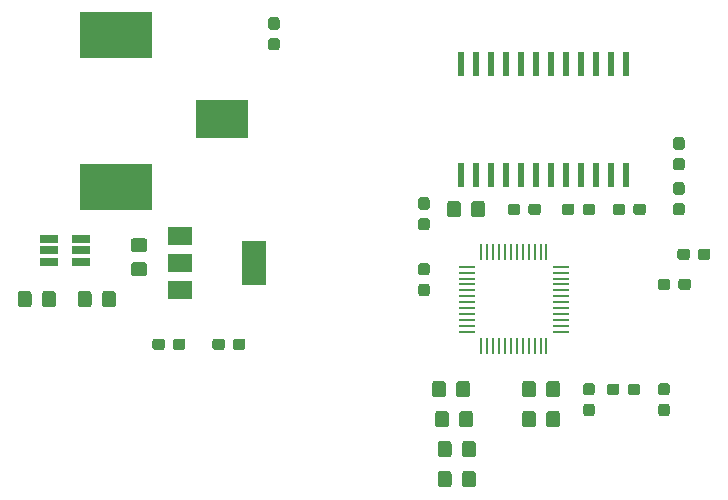
<source format=gbr>
G04 #@! TF.GenerationSoftware,KiCad,Pcbnew,(5.1.0)-1*
G04 #@! TF.CreationDate,2019-11-07T23:05:45-05:00*
G04 #@! TF.ProjectId,ocarina v1.0,6f636172-696e-4612-9076-312e302e6b69,rev?*
G04 #@! TF.SameCoordinates,Original*
G04 #@! TF.FileFunction,Paste,Top*
G04 #@! TF.FilePolarity,Positive*
%FSLAX46Y46*%
G04 Gerber Fmt 4.6, Leading zero omitted, Abs format (unit mm)*
G04 Created by KiCad (PCBNEW (5.1.0)-1) date 2019-11-07 23:05:45*
%MOMM*%
%LPD*%
G04 APERTURE LIST*
%ADD10R,4.400000X3.300000*%
%ADD11R,6.200000X3.900000*%
%ADD12C,0.100000*%
%ADD13C,0.950000*%
%ADD14C,1.150000*%
%ADD15R,0.600000X2.000000*%
%ADD16O,1.500000X0.250000*%
%ADD17O,0.250000X1.500000*%
%ADD18R,1.560000X0.650000*%
%ADD19R,2.000000X3.800000*%
%ADD20R,2.000000X1.500000*%
G04 APERTURE END LIST*
D10*
X85810000Y-73660000D03*
D11*
X76810000Y-66510000D03*
X76810000Y-79410000D03*
D12*
G36*
X85795779Y-92236144D02*
G01*
X85818834Y-92239563D01*
X85841443Y-92245227D01*
X85863387Y-92253079D01*
X85884457Y-92263044D01*
X85904448Y-92275026D01*
X85923168Y-92288910D01*
X85940438Y-92304562D01*
X85956090Y-92321832D01*
X85969974Y-92340552D01*
X85981956Y-92360543D01*
X85991921Y-92381613D01*
X85999773Y-92403557D01*
X86005437Y-92426166D01*
X86008856Y-92449221D01*
X86010000Y-92472500D01*
X86010000Y-92947500D01*
X86008856Y-92970779D01*
X86005437Y-92993834D01*
X85999773Y-93016443D01*
X85991921Y-93038387D01*
X85981956Y-93059457D01*
X85969974Y-93079448D01*
X85956090Y-93098168D01*
X85940438Y-93115438D01*
X85923168Y-93131090D01*
X85904448Y-93144974D01*
X85884457Y-93156956D01*
X85863387Y-93166921D01*
X85841443Y-93174773D01*
X85818834Y-93180437D01*
X85795779Y-93183856D01*
X85772500Y-93185000D01*
X85197500Y-93185000D01*
X85174221Y-93183856D01*
X85151166Y-93180437D01*
X85128557Y-93174773D01*
X85106613Y-93166921D01*
X85085543Y-93156956D01*
X85065552Y-93144974D01*
X85046832Y-93131090D01*
X85029562Y-93115438D01*
X85013910Y-93098168D01*
X85000026Y-93079448D01*
X84988044Y-93059457D01*
X84978079Y-93038387D01*
X84970227Y-93016443D01*
X84964563Y-92993834D01*
X84961144Y-92970779D01*
X84960000Y-92947500D01*
X84960000Y-92472500D01*
X84961144Y-92449221D01*
X84964563Y-92426166D01*
X84970227Y-92403557D01*
X84978079Y-92381613D01*
X84988044Y-92360543D01*
X85000026Y-92340552D01*
X85013910Y-92321832D01*
X85029562Y-92304562D01*
X85046832Y-92288910D01*
X85065552Y-92275026D01*
X85085543Y-92263044D01*
X85106613Y-92253079D01*
X85128557Y-92245227D01*
X85151166Y-92239563D01*
X85174221Y-92236144D01*
X85197500Y-92235000D01*
X85772500Y-92235000D01*
X85795779Y-92236144D01*
X85795779Y-92236144D01*
G37*
D13*
X85485000Y-92710000D03*
D12*
G36*
X87545779Y-92236144D02*
G01*
X87568834Y-92239563D01*
X87591443Y-92245227D01*
X87613387Y-92253079D01*
X87634457Y-92263044D01*
X87654448Y-92275026D01*
X87673168Y-92288910D01*
X87690438Y-92304562D01*
X87706090Y-92321832D01*
X87719974Y-92340552D01*
X87731956Y-92360543D01*
X87741921Y-92381613D01*
X87749773Y-92403557D01*
X87755437Y-92426166D01*
X87758856Y-92449221D01*
X87760000Y-92472500D01*
X87760000Y-92947500D01*
X87758856Y-92970779D01*
X87755437Y-92993834D01*
X87749773Y-93016443D01*
X87741921Y-93038387D01*
X87731956Y-93059457D01*
X87719974Y-93079448D01*
X87706090Y-93098168D01*
X87690438Y-93115438D01*
X87673168Y-93131090D01*
X87654448Y-93144974D01*
X87634457Y-93156956D01*
X87613387Y-93166921D01*
X87591443Y-93174773D01*
X87568834Y-93180437D01*
X87545779Y-93183856D01*
X87522500Y-93185000D01*
X86947500Y-93185000D01*
X86924221Y-93183856D01*
X86901166Y-93180437D01*
X86878557Y-93174773D01*
X86856613Y-93166921D01*
X86835543Y-93156956D01*
X86815552Y-93144974D01*
X86796832Y-93131090D01*
X86779562Y-93115438D01*
X86763910Y-93098168D01*
X86750026Y-93079448D01*
X86738044Y-93059457D01*
X86728079Y-93038387D01*
X86720227Y-93016443D01*
X86714563Y-92993834D01*
X86711144Y-92970779D01*
X86710000Y-92947500D01*
X86710000Y-92472500D01*
X86711144Y-92449221D01*
X86714563Y-92426166D01*
X86720227Y-92403557D01*
X86728079Y-92381613D01*
X86738044Y-92360543D01*
X86750026Y-92340552D01*
X86763910Y-92321832D01*
X86779562Y-92304562D01*
X86796832Y-92288910D01*
X86815552Y-92275026D01*
X86835543Y-92263044D01*
X86856613Y-92253079D01*
X86878557Y-92245227D01*
X86901166Y-92239563D01*
X86924221Y-92236144D01*
X86947500Y-92235000D01*
X87522500Y-92235000D01*
X87545779Y-92236144D01*
X87545779Y-92236144D01*
G37*
D13*
X87235000Y-92710000D03*
D12*
G36*
X76549505Y-88201204D02*
G01*
X76573773Y-88204804D01*
X76597572Y-88210765D01*
X76620671Y-88219030D01*
X76642850Y-88229520D01*
X76663893Y-88242132D01*
X76683599Y-88256747D01*
X76701777Y-88273223D01*
X76718253Y-88291401D01*
X76732868Y-88311107D01*
X76745480Y-88332150D01*
X76755970Y-88354329D01*
X76764235Y-88377428D01*
X76770196Y-88401227D01*
X76773796Y-88425495D01*
X76775000Y-88449999D01*
X76775000Y-89350001D01*
X76773796Y-89374505D01*
X76770196Y-89398773D01*
X76764235Y-89422572D01*
X76755970Y-89445671D01*
X76745480Y-89467850D01*
X76732868Y-89488893D01*
X76718253Y-89508599D01*
X76701777Y-89526777D01*
X76683599Y-89543253D01*
X76663893Y-89557868D01*
X76642850Y-89570480D01*
X76620671Y-89580970D01*
X76597572Y-89589235D01*
X76573773Y-89595196D01*
X76549505Y-89598796D01*
X76525001Y-89600000D01*
X75874999Y-89600000D01*
X75850495Y-89598796D01*
X75826227Y-89595196D01*
X75802428Y-89589235D01*
X75779329Y-89580970D01*
X75757150Y-89570480D01*
X75736107Y-89557868D01*
X75716401Y-89543253D01*
X75698223Y-89526777D01*
X75681747Y-89508599D01*
X75667132Y-89488893D01*
X75654520Y-89467850D01*
X75644030Y-89445671D01*
X75635765Y-89422572D01*
X75629804Y-89398773D01*
X75626204Y-89374505D01*
X75625000Y-89350001D01*
X75625000Y-88449999D01*
X75626204Y-88425495D01*
X75629804Y-88401227D01*
X75635765Y-88377428D01*
X75644030Y-88354329D01*
X75654520Y-88332150D01*
X75667132Y-88311107D01*
X75681747Y-88291401D01*
X75698223Y-88273223D01*
X75716401Y-88256747D01*
X75736107Y-88242132D01*
X75757150Y-88229520D01*
X75779329Y-88219030D01*
X75802428Y-88210765D01*
X75826227Y-88204804D01*
X75850495Y-88201204D01*
X75874999Y-88200000D01*
X76525001Y-88200000D01*
X76549505Y-88201204D01*
X76549505Y-88201204D01*
G37*
D14*
X76200000Y-88900000D03*
D12*
G36*
X74499505Y-88201204D02*
G01*
X74523773Y-88204804D01*
X74547572Y-88210765D01*
X74570671Y-88219030D01*
X74592850Y-88229520D01*
X74613893Y-88242132D01*
X74633599Y-88256747D01*
X74651777Y-88273223D01*
X74668253Y-88291401D01*
X74682868Y-88311107D01*
X74695480Y-88332150D01*
X74705970Y-88354329D01*
X74714235Y-88377428D01*
X74720196Y-88401227D01*
X74723796Y-88425495D01*
X74725000Y-88449999D01*
X74725000Y-89350001D01*
X74723796Y-89374505D01*
X74720196Y-89398773D01*
X74714235Y-89422572D01*
X74705970Y-89445671D01*
X74695480Y-89467850D01*
X74682868Y-89488893D01*
X74668253Y-89508599D01*
X74651777Y-89526777D01*
X74633599Y-89543253D01*
X74613893Y-89557868D01*
X74592850Y-89570480D01*
X74570671Y-89580970D01*
X74547572Y-89589235D01*
X74523773Y-89595196D01*
X74499505Y-89598796D01*
X74475001Y-89600000D01*
X73824999Y-89600000D01*
X73800495Y-89598796D01*
X73776227Y-89595196D01*
X73752428Y-89589235D01*
X73729329Y-89580970D01*
X73707150Y-89570480D01*
X73686107Y-89557868D01*
X73666401Y-89543253D01*
X73648223Y-89526777D01*
X73631747Y-89508599D01*
X73617132Y-89488893D01*
X73604520Y-89467850D01*
X73594030Y-89445671D01*
X73585765Y-89422572D01*
X73579804Y-89398773D01*
X73576204Y-89374505D01*
X73575000Y-89350001D01*
X73575000Y-88449999D01*
X73576204Y-88425495D01*
X73579804Y-88401227D01*
X73585765Y-88377428D01*
X73594030Y-88354329D01*
X73604520Y-88332150D01*
X73617132Y-88311107D01*
X73631747Y-88291401D01*
X73648223Y-88273223D01*
X73666401Y-88256747D01*
X73686107Y-88242132D01*
X73707150Y-88229520D01*
X73729329Y-88219030D01*
X73752428Y-88210765D01*
X73776227Y-88204804D01*
X73800495Y-88201204D01*
X73824999Y-88200000D01*
X74475001Y-88200000D01*
X74499505Y-88201204D01*
X74499505Y-88201204D01*
G37*
D14*
X74150000Y-88900000D03*
D12*
G36*
X103130779Y-82026144D02*
G01*
X103153834Y-82029563D01*
X103176443Y-82035227D01*
X103198387Y-82043079D01*
X103219457Y-82053044D01*
X103239448Y-82065026D01*
X103258168Y-82078910D01*
X103275438Y-82094562D01*
X103291090Y-82111832D01*
X103304974Y-82130552D01*
X103316956Y-82150543D01*
X103326921Y-82171613D01*
X103334773Y-82193557D01*
X103340437Y-82216166D01*
X103343856Y-82239221D01*
X103345000Y-82262500D01*
X103345000Y-82837500D01*
X103343856Y-82860779D01*
X103340437Y-82883834D01*
X103334773Y-82906443D01*
X103326921Y-82928387D01*
X103316956Y-82949457D01*
X103304974Y-82969448D01*
X103291090Y-82988168D01*
X103275438Y-83005438D01*
X103258168Y-83021090D01*
X103239448Y-83034974D01*
X103219457Y-83046956D01*
X103198387Y-83056921D01*
X103176443Y-83064773D01*
X103153834Y-83070437D01*
X103130779Y-83073856D01*
X103107500Y-83075000D01*
X102632500Y-83075000D01*
X102609221Y-83073856D01*
X102586166Y-83070437D01*
X102563557Y-83064773D01*
X102541613Y-83056921D01*
X102520543Y-83046956D01*
X102500552Y-83034974D01*
X102481832Y-83021090D01*
X102464562Y-83005438D01*
X102448910Y-82988168D01*
X102435026Y-82969448D01*
X102423044Y-82949457D01*
X102413079Y-82928387D01*
X102405227Y-82906443D01*
X102399563Y-82883834D01*
X102396144Y-82860779D01*
X102395000Y-82837500D01*
X102395000Y-82262500D01*
X102396144Y-82239221D01*
X102399563Y-82216166D01*
X102405227Y-82193557D01*
X102413079Y-82171613D01*
X102423044Y-82150543D01*
X102435026Y-82130552D01*
X102448910Y-82111832D01*
X102464562Y-82094562D01*
X102481832Y-82078910D01*
X102500552Y-82065026D01*
X102520543Y-82053044D01*
X102541613Y-82043079D01*
X102563557Y-82035227D01*
X102586166Y-82029563D01*
X102609221Y-82026144D01*
X102632500Y-82025000D01*
X103107500Y-82025000D01*
X103130779Y-82026144D01*
X103130779Y-82026144D01*
G37*
D13*
X102870000Y-82550000D03*
D12*
G36*
X103130779Y-80276144D02*
G01*
X103153834Y-80279563D01*
X103176443Y-80285227D01*
X103198387Y-80293079D01*
X103219457Y-80303044D01*
X103239448Y-80315026D01*
X103258168Y-80328910D01*
X103275438Y-80344562D01*
X103291090Y-80361832D01*
X103304974Y-80380552D01*
X103316956Y-80400543D01*
X103326921Y-80421613D01*
X103334773Y-80443557D01*
X103340437Y-80466166D01*
X103343856Y-80489221D01*
X103345000Y-80512500D01*
X103345000Y-81087500D01*
X103343856Y-81110779D01*
X103340437Y-81133834D01*
X103334773Y-81156443D01*
X103326921Y-81178387D01*
X103316956Y-81199457D01*
X103304974Y-81219448D01*
X103291090Y-81238168D01*
X103275438Y-81255438D01*
X103258168Y-81271090D01*
X103239448Y-81284974D01*
X103219457Y-81296956D01*
X103198387Y-81306921D01*
X103176443Y-81314773D01*
X103153834Y-81320437D01*
X103130779Y-81323856D01*
X103107500Y-81325000D01*
X102632500Y-81325000D01*
X102609221Y-81323856D01*
X102586166Y-81320437D01*
X102563557Y-81314773D01*
X102541613Y-81306921D01*
X102520543Y-81296956D01*
X102500552Y-81284974D01*
X102481832Y-81271090D01*
X102464562Y-81255438D01*
X102448910Y-81238168D01*
X102435026Y-81219448D01*
X102423044Y-81199457D01*
X102413079Y-81178387D01*
X102405227Y-81156443D01*
X102399563Y-81133834D01*
X102396144Y-81110779D01*
X102395000Y-81087500D01*
X102395000Y-80512500D01*
X102396144Y-80489221D01*
X102399563Y-80466166D01*
X102405227Y-80443557D01*
X102413079Y-80421613D01*
X102423044Y-80400543D01*
X102435026Y-80380552D01*
X102448910Y-80361832D01*
X102464562Y-80344562D01*
X102481832Y-80328910D01*
X102500552Y-80315026D01*
X102520543Y-80303044D01*
X102541613Y-80293079D01*
X102563557Y-80285227D01*
X102586166Y-80279563D01*
X102609221Y-80276144D01*
X102632500Y-80275000D01*
X103107500Y-80275000D01*
X103130779Y-80276144D01*
X103130779Y-80276144D01*
G37*
D13*
X102870000Y-80800000D03*
D12*
G36*
X79214505Y-83736204D02*
G01*
X79238773Y-83739804D01*
X79262572Y-83745765D01*
X79285671Y-83754030D01*
X79307850Y-83764520D01*
X79328893Y-83777132D01*
X79348599Y-83791747D01*
X79366777Y-83808223D01*
X79383253Y-83826401D01*
X79397868Y-83846107D01*
X79410480Y-83867150D01*
X79420970Y-83889329D01*
X79429235Y-83912428D01*
X79435196Y-83936227D01*
X79438796Y-83960495D01*
X79440000Y-83984999D01*
X79440000Y-84635001D01*
X79438796Y-84659505D01*
X79435196Y-84683773D01*
X79429235Y-84707572D01*
X79420970Y-84730671D01*
X79410480Y-84752850D01*
X79397868Y-84773893D01*
X79383253Y-84793599D01*
X79366777Y-84811777D01*
X79348599Y-84828253D01*
X79328893Y-84842868D01*
X79307850Y-84855480D01*
X79285671Y-84865970D01*
X79262572Y-84874235D01*
X79238773Y-84880196D01*
X79214505Y-84883796D01*
X79190001Y-84885000D01*
X78289999Y-84885000D01*
X78265495Y-84883796D01*
X78241227Y-84880196D01*
X78217428Y-84874235D01*
X78194329Y-84865970D01*
X78172150Y-84855480D01*
X78151107Y-84842868D01*
X78131401Y-84828253D01*
X78113223Y-84811777D01*
X78096747Y-84793599D01*
X78082132Y-84773893D01*
X78069520Y-84752850D01*
X78059030Y-84730671D01*
X78050765Y-84707572D01*
X78044804Y-84683773D01*
X78041204Y-84659505D01*
X78040000Y-84635001D01*
X78040000Y-83984999D01*
X78041204Y-83960495D01*
X78044804Y-83936227D01*
X78050765Y-83912428D01*
X78059030Y-83889329D01*
X78069520Y-83867150D01*
X78082132Y-83846107D01*
X78096747Y-83826401D01*
X78113223Y-83808223D01*
X78131401Y-83791747D01*
X78151107Y-83777132D01*
X78172150Y-83764520D01*
X78194329Y-83754030D01*
X78217428Y-83745765D01*
X78241227Y-83739804D01*
X78265495Y-83736204D01*
X78289999Y-83735000D01*
X79190001Y-83735000D01*
X79214505Y-83736204D01*
X79214505Y-83736204D01*
G37*
D14*
X78740000Y-84310000D03*
D12*
G36*
X79214505Y-85786204D02*
G01*
X79238773Y-85789804D01*
X79262572Y-85795765D01*
X79285671Y-85804030D01*
X79307850Y-85814520D01*
X79328893Y-85827132D01*
X79348599Y-85841747D01*
X79366777Y-85858223D01*
X79383253Y-85876401D01*
X79397868Y-85896107D01*
X79410480Y-85917150D01*
X79420970Y-85939329D01*
X79429235Y-85962428D01*
X79435196Y-85986227D01*
X79438796Y-86010495D01*
X79440000Y-86034999D01*
X79440000Y-86685001D01*
X79438796Y-86709505D01*
X79435196Y-86733773D01*
X79429235Y-86757572D01*
X79420970Y-86780671D01*
X79410480Y-86802850D01*
X79397868Y-86823893D01*
X79383253Y-86843599D01*
X79366777Y-86861777D01*
X79348599Y-86878253D01*
X79328893Y-86892868D01*
X79307850Y-86905480D01*
X79285671Y-86915970D01*
X79262572Y-86924235D01*
X79238773Y-86930196D01*
X79214505Y-86933796D01*
X79190001Y-86935000D01*
X78289999Y-86935000D01*
X78265495Y-86933796D01*
X78241227Y-86930196D01*
X78217428Y-86924235D01*
X78194329Y-86915970D01*
X78172150Y-86905480D01*
X78151107Y-86892868D01*
X78131401Y-86878253D01*
X78113223Y-86861777D01*
X78096747Y-86843599D01*
X78082132Y-86823893D01*
X78069520Y-86802850D01*
X78059030Y-86780671D01*
X78050765Y-86757572D01*
X78044804Y-86733773D01*
X78041204Y-86709505D01*
X78040000Y-86685001D01*
X78040000Y-86034999D01*
X78041204Y-86010495D01*
X78044804Y-85986227D01*
X78050765Y-85962428D01*
X78059030Y-85939329D01*
X78069520Y-85917150D01*
X78082132Y-85896107D01*
X78096747Y-85876401D01*
X78113223Y-85858223D01*
X78131401Y-85841747D01*
X78151107Y-85827132D01*
X78172150Y-85814520D01*
X78194329Y-85804030D01*
X78217428Y-85795765D01*
X78241227Y-85789804D01*
X78265495Y-85786204D01*
X78289999Y-85785000D01*
X79190001Y-85785000D01*
X79214505Y-85786204D01*
X79214505Y-85786204D01*
G37*
D14*
X78740000Y-86360000D03*
D12*
G36*
X69419505Y-88201204D02*
G01*
X69443773Y-88204804D01*
X69467572Y-88210765D01*
X69490671Y-88219030D01*
X69512850Y-88229520D01*
X69533893Y-88242132D01*
X69553599Y-88256747D01*
X69571777Y-88273223D01*
X69588253Y-88291401D01*
X69602868Y-88311107D01*
X69615480Y-88332150D01*
X69625970Y-88354329D01*
X69634235Y-88377428D01*
X69640196Y-88401227D01*
X69643796Y-88425495D01*
X69645000Y-88449999D01*
X69645000Y-89350001D01*
X69643796Y-89374505D01*
X69640196Y-89398773D01*
X69634235Y-89422572D01*
X69625970Y-89445671D01*
X69615480Y-89467850D01*
X69602868Y-89488893D01*
X69588253Y-89508599D01*
X69571777Y-89526777D01*
X69553599Y-89543253D01*
X69533893Y-89557868D01*
X69512850Y-89570480D01*
X69490671Y-89580970D01*
X69467572Y-89589235D01*
X69443773Y-89595196D01*
X69419505Y-89598796D01*
X69395001Y-89600000D01*
X68744999Y-89600000D01*
X68720495Y-89598796D01*
X68696227Y-89595196D01*
X68672428Y-89589235D01*
X68649329Y-89580970D01*
X68627150Y-89570480D01*
X68606107Y-89557868D01*
X68586401Y-89543253D01*
X68568223Y-89526777D01*
X68551747Y-89508599D01*
X68537132Y-89488893D01*
X68524520Y-89467850D01*
X68514030Y-89445671D01*
X68505765Y-89422572D01*
X68499804Y-89398773D01*
X68496204Y-89374505D01*
X68495000Y-89350001D01*
X68495000Y-88449999D01*
X68496204Y-88425495D01*
X68499804Y-88401227D01*
X68505765Y-88377428D01*
X68514030Y-88354329D01*
X68524520Y-88332150D01*
X68537132Y-88311107D01*
X68551747Y-88291401D01*
X68568223Y-88273223D01*
X68586401Y-88256747D01*
X68606107Y-88242132D01*
X68627150Y-88229520D01*
X68649329Y-88219030D01*
X68672428Y-88210765D01*
X68696227Y-88204804D01*
X68720495Y-88201204D01*
X68744999Y-88200000D01*
X69395001Y-88200000D01*
X69419505Y-88201204D01*
X69419505Y-88201204D01*
G37*
D14*
X69070000Y-88900000D03*
D12*
G36*
X71469505Y-88201204D02*
G01*
X71493773Y-88204804D01*
X71517572Y-88210765D01*
X71540671Y-88219030D01*
X71562850Y-88229520D01*
X71583893Y-88242132D01*
X71603599Y-88256747D01*
X71621777Y-88273223D01*
X71638253Y-88291401D01*
X71652868Y-88311107D01*
X71665480Y-88332150D01*
X71675970Y-88354329D01*
X71684235Y-88377428D01*
X71690196Y-88401227D01*
X71693796Y-88425495D01*
X71695000Y-88449999D01*
X71695000Y-89350001D01*
X71693796Y-89374505D01*
X71690196Y-89398773D01*
X71684235Y-89422572D01*
X71675970Y-89445671D01*
X71665480Y-89467850D01*
X71652868Y-89488893D01*
X71638253Y-89508599D01*
X71621777Y-89526777D01*
X71603599Y-89543253D01*
X71583893Y-89557868D01*
X71562850Y-89570480D01*
X71540671Y-89580970D01*
X71517572Y-89589235D01*
X71493773Y-89595196D01*
X71469505Y-89598796D01*
X71445001Y-89600000D01*
X70794999Y-89600000D01*
X70770495Y-89598796D01*
X70746227Y-89595196D01*
X70722428Y-89589235D01*
X70699329Y-89580970D01*
X70677150Y-89570480D01*
X70656107Y-89557868D01*
X70636401Y-89543253D01*
X70618223Y-89526777D01*
X70601747Y-89508599D01*
X70587132Y-89488893D01*
X70574520Y-89467850D01*
X70564030Y-89445671D01*
X70555765Y-89422572D01*
X70549804Y-89398773D01*
X70546204Y-89374505D01*
X70545000Y-89350001D01*
X70545000Y-88449999D01*
X70546204Y-88425495D01*
X70549804Y-88401227D01*
X70555765Y-88377428D01*
X70564030Y-88354329D01*
X70574520Y-88332150D01*
X70587132Y-88311107D01*
X70601747Y-88291401D01*
X70618223Y-88273223D01*
X70636401Y-88256747D01*
X70656107Y-88242132D01*
X70677150Y-88229520D01*
X70699329Y-88219030D01*
X70722428Y-88210765D01*
X70746227Y-88204804D01*
X70770495Y-88201204D01*
X70794999Y-88200000D01*
X71445001Y-88200000D01*
X71469505Y-88201204D01*
X71469505Y-88201204D01*
G37*
D14*
X71120000Y-88900000D03*
D12*
G36*
X103130779Y-87586144D02*
G01*
X103153834Y-87589563D01*
X103176443Y-87595227D01*
X103198387Y-87603079D01*
X103219457Y-87613044D01*
X103239448Y-87625026D01*
X103258168Y-87638910D01*
X103275438Y-87654562D01*
X103291090Y-87671832D01*
X103304974Y-87690552D01*
X103316956Y-87710543D01*
X103326921Y-87731613D01*
X103334773Y-87753557D01*
X103340437Y-87776166D01*
X103343856Y-87799221D01*
X103345000Y-87822500D01*
X103345000Y-88397500D01*
X103343856Y-88420779D01*
X103340437Y-88443834D01*
X103334773Y-88466443D01*
X103326921Y-88488387D01*
X103316956Y-88509457D01*
X103304974Y-88529448D01*
X103291090Y-88548168D01*
X103275438Y-88565438D01*
X103258168Y-88581090D01*
X103239448Y-88594974D01*
X103219457Y-88606956D01*
X103198387Y-88616921D01*
X103176443Y-88624773D01*
X103153834Y-88630437D01*
X103130779Y-88633856D01*
X103107500Y-88635000D01*
X102632500Y-88635000D01*
X102609221Y-88633856D01*
X102586166Y-88630437D01*
X102563557Y-88624773D01*
X102541613Y-88616921D01*
X102520543Y-88606956D01*
X102500552Y-88594974D01*
X102481832Y-88581090D01*
X102464562Y-88565438D01*
X102448910Y-88548168D01*
X102435026Y-88529448D01*
X102423044Y-88509457D01*
X102413079Y-88488387D01*
X102405227Y-88466443D01*
X102399563Y-88443834D01*
X102396144Y-88420779D01*
X102395000Y-88397500D01*
X102395000Y-87822500D01*
X102396144Y-87799221D01*
X102399563Y-87776166D01*
X102405227Y-87753557D01*
X102413079Y-87731613D01*
X102423044Y-87710543D01*
X102435026Y-87690552D01*
X102448910Y-87671832D01*
X102464562Y-87654562D01*
X102481832Y-87638910D01*
X102500552Y-87625026D01*
X102520543Y-87613044D01*
X102541613Y-87603079D01*
X102563557Y-87595227D01*
X102586166Y-87589563D01*
X102609221Y-87586144D01*
X102632500Y-87585000D01*
X103107500Y-87585000D01*
X103130779Y-87586144D01*
X103130779Y-87586144D01*
G37*
D13*
X102870000Y-88110000D03*
D12*
G36*
X103130779Y-85836144D02*
G01*
X103153834Y-85839563D01*
X103176443Y-85845227D01*
X103198387Y-85853079D01*
X103219457Y-85863044D01*
X103239448Y-85875026D01*
X103258168Y-85888910D01*
X103275438Y-85904562D01*
X103291090Y-85921832D01*
X103304974Y-85940552D01*
X103316956Y-85960543D01*
X103326921Y-85981613D01*
X103334773Y-86003557D01*
X103340437Y-86026166D01*
X103343856Y-86049221D01*
X103345000Y-86072500D01*
X103345000Y-86647500D01*
X103343856Y-86670779D01*
X103340437Y-86693834D01*
X103334773Y-86716443D01*
X103326921Y-86738387D01*
X103316956Y-86759457D01*
X103304974Y-86779448D01*
X103291090Y-86798168D01*
X103275438Y-86815438D01*
X103258168Y-86831090D01*
X103239448Y-86844974D01*
X103219457Y-86856956D01*
X103198387Y-86866921D01*
X103176443Y-86874773D01*
X103153834Y-86880437D01*
X103130779Y-86883856D01*
X103107500Y-86885000D01*
X102632500Y-86885000D01*
X102609221Y-86883856D01*
X102586166Y-86880437D01*
X102563557Y-86874773D01*
X102541613Y-86866921D01*
X102520543Y-86856956D01*
X102500552Y-86844974D01*
X102481832Y-86831090D01*
X102464562Y-86815438D01*
X102448910Y-86798168D01*
X102435026Y-86779448D01*
X102423044Y-86759457D01*
X102413079Y-86738387D01*
X102405227Y-86716443D01*
X102399563Y-86693834D01*
X102396144Y-86670779D01*
X102395000Y-86647500D01*
X102395000Y-86072500D01*
X102396144Y-86049221D01*
X102399563Y-86026166D01*
X102405227Y-86003557D01*
X102413079Y-85981613D01*
X102423044Y-85960543D01*
X102435026Y-85940552D01*
X102448910Y-85921832D01*
X102464562Y-85904562D01*
X102481832Y-85888910D01*
X102500552Y-85875026D01*
X102520543Y-85863044D01*
X102541613Y-85853079D01*
X102563557Y-85845227D01*
X102586166Y-85839563D01*
X102609221Y-85836144D01*
X102632500Y-85835000D01*
X103107500Y-85835000D01*
X103130779Y-85836144D01*
X103130779Y-85836144D01*
G37*
D13*
X102870000Y-86360000D03*
D12*
G36*
X104979505Y-103441204D02*
G01*
X105003773Y-103444804D01*
X105027572Y-103450765D01*
X105050671Y-103459030D01*
X105072850Y-103469520D01*
X105093893Y-103482132D01*
X105113599Y-103496747D01*
X105131777Y-103513223D01*
X105148253Y-103531401D01*
X105162868Y-103551107D01*
X105175480Y-103572150D01*
X105185970Y-103594329D01*
X105194235Y-103617428D01*
X105200196Y-103641227D01*
X105203796Y-103665495D01*
X105205000Y-103689999D01*
X105205000Y-104590001D01*
X105203796Y-104614505D01*
X105200196Y-104638773D01*
X105194235Y-104662572D01*
X105185970Y-104685671D01*
X105175480Y-104707850D01*
X105162868Y-104728893D01*
X105148253Y-104748599D01*
X105131777Y-104766777D01*
X105113599Y-104783253D01*
X105093893Y-104797868D01*
X105072850Y-104810480D01*
X105050671Y-104820970D01*
X105027572Y-104829235D01*
X105003773Y-104835196D01*
X104979505Y-104838796D01*
X104955001Y-104840000D01*
X104304999Y-104840000D01*
X104280495Y-104838796D01*
X104256227Y-104835196D01*
X104232428Y-104829235D01*
X104209329Y-104820970D01*
X104187150Y-104810480D01*
X104166107Y-104797868D01*
X104146401Y-104783253D01*
X104128223Y-104766777D01*
X104111747Y-104748599D01*
X104097132Y-104728893D01*
X104084520Y-104707850D01*
X104074030Y-104685671D01*
X104065765Y-104662572D01*
X104059804Y-104638773D01*
X104056204Y-104614505D01*
X104055000Y-104590001D01*
X104055000Y-103689999D01*
X104056204Y-103665495D01*
X104059804Y-103641227D01*
X104065765Y-103617428D01*
X104074030Y-103594329D01*
X104084520Y-103572150D01*
X104097132Y-103551107D01*
X104111747Y-103531401D01*
X104128223Y-103513223D01*
X104146401Y-103496747D01*
X104166107Y-103482132D01*
X104187150Y-103469520D01*
X104209329Y-103459030D01*
X104232428Y-103450765D01*
X104256227Y-103444804D01*
X104280495Y-103441204D01*
X104304999Y-103440000D01*
X104955001Y-103440000D01*
X104979505Y-103441204D01*
X104979505Y-103441204D01*
G37*
D14*
X104630000Y-104140000D03*
D12*
G36*
X107029505Y-103441204D02*
G01*
X107053773Y-103444804D01*
X107077572Y-103450765D01*
X107100671Y-103459030D01*
X107122850Y-103469520D01*
X107143893Y-103482132D01*
X107163599Y-103496747D01*
X107181777Y-103513223D01*
X107198253Y-103531401D01*
X107212868Y-103551107D01*
X107225480Y-103572150D01*
X107235970Y-103594329D01*
X107244235Y-103617428D01*
X107250196Y-103641227D01*
X107253796Y-103665495D01*
X107255000Y-103689999D01*
X107255000Y-104590001D01*
X107253796Y-104614505D01*
X107250196Y-104638773D01*
X107244235Y-104662572D01*
X107235970Y-104685671D01*
X107225480Y-104707850D01*
X107212868Y-104728893D01*
X107198253Y-104748599D01*
X107181777Y-104766777D01*
X107163599Y-104783253D01*
X107143893Y-104797868D01*
X107122850Y-104810480D01*
X107100671Y-104820970D01*
X107077572Y-104829235D01*
X107053773Y-104835196D01*
X107029505Y-104838796D01*
X107005001Y-104840000D01*
X106354999Y-104840000D01*
X106330495Y-104838796D01*
X106306227Y-104835196D01*
X106282428Y-104829235D01*
X106259329Y-104820970D01*
X106237150Y-104810480D01*
X106216107Y-104797868D01*
X106196401Y-104783253D01*
X106178223Y-104766777D01*
X106161747Y-104748599D01*
X106147132Y-104728893D01*
X106134520Y-104707850D01*
X106124030Y-104685671D01*
X106115765Y-104662572D01*
X106109804Y-104638773D01*
X106106204Y-104614505D01*
X106105000Y-104590001D01*
X106105000Y-103689999D01*
X106106204Y-103665495D01*
X106109804Y-103641227D01*
X106115765Y-103617428D01*
X106124030Y-103594329D01*
X106134520Y-103572150D01*
X106147132Y-103551107D01*
X106161747Y-103531401D01*
X106178223Y-103513223D01*
X106196401Y-103496747D01*
X106216107Y-103482132D01*
X106237150Y-103469520D01*
X106259329Y-103459030D01*
X106282428Y-103450765D01*
X106306227Y-103444804D01*
X106330495Y-103441204D01*
X106354999Y-103440000D01*
X107005001Y-103440000D01*
X107029505Y-103441204D01*
X107029505Y-103441204D01*
G37*
D14*
X106680000Y-104140000D03*
D12*
G36*
X106784505Y-98361204D02*
G01*
X106808773Y-98364804D01*
X106832572Y-98370765D01*
X106855671Y-98379030D01*
X106877850Y-98389520D01*
X106898893Y-98402132D01*
X106918599Y-98416747D01*
X106936777Y-98433223D01*
X106953253Y-98451401D01*
X106967868Y-98471107D01*
X106980480Y-98492150D01*
X106990970Y-98514329D01*
X106999235Y-98537428D01*
X107005196Y-98561227D01*
X107008796Y-98585495D01*
X107010000Y-98609999D01*
X107010000Y-99510001D01*
X107008796Y-99534505D01*
X107005196Y-99558773D01*
X106999235Y-99582572D01*
X106990970Y-99605671D01*
X106980480Y-99627850D01*
X106967868Y-99648893D01*
X106953253Y-99668599D01*
X106936777Y-99686777D01*
X106918599Y-99703253D01*
X106898893Y-99717868D01*
X106877850Y-99730480D01*
X106855671Y-99740970D01*
X106832572Y-99749235D01*
X106808773Y-99755196D01*
X106784505Y-99758796D01*
X106760001Y-99760000D01*
X106109999Y-99760000D01*
X106085495Y-99758796D01*
X106061227Y-99755196D01*
X106037428Y-99749235D01*
X106014329Y-99740970D01*
X105992150Y-99730480D01*
X105971107Y-99717868D01*
X105951401Y-99703253D01*
X105933223Y-99686777D01*
X105916747Y-99668599D01*
X105902132Y-99648893D01*
X105889520Y-99627850D01*
X105879030Y-99605671D01*
X105870765Y-99582572D01*
X105864804Y-99558773D01*
X105861204Y-99534505D01*
X105860000Y-99510001D01*
X105860000Y-98609999D01*
X105861204Y-98585495D01*
X105864804Y-98561227D01*
X105870765Y-98537428D01*
X105879030Y-98514329D01*
X105889520Y-98492150D01*
X105902132Y-98471107D01*
X105916747Y-98451401D01*
X105933223Y-98433223D01*
X105951401Y-98416747D01*
X105971107Y-98402132D01*
X105992150Y-98389520D01*
X106014329Y-98379030D01*
X106037428Y-98370765D01*
X106061227Y-98364804D01*
X106085495Y-98361204D01*
X106109999Y-98360000D01*
X106760001Y-98360000D01*
X106784505Y-98361204D01*
X106784505Y-98361204D01*
G37*
D14*
X106435000Y-99060000D03*
D12*
G36*
X104734505Y-98361204D02*
G01*
X104758773Y-98364804D01*
X104782572Y-98370765D01*
X104805671Y-98379030D01*
X104827850Y-98389520D01*
X104848893Y-98402132D01*
X104868599Y-98416747D01*
X104886777Y-98433223D01*
X104903253Y-98451401D01*
X104917868Y-98471107D01*
X104930480Y-98492150D01*
X104940970Y-98514329D01*
X104949235Y-98537428D01*
X104955196Y-98561227D01*
X104958796Y-98585495D01*
X104960000Y-98609999D01*
X104960000Y-99510001D01*
X104958796Y-99534505D01*
X104955196Y-99558773D01*
X104949235Y-99582572D01*
X104940970Y-99605671D01*
X104930480Y-99627850D01*
X104917868Y-99648893D01*
X104903253Y-99668599D01*
X104886777Y-99686777D01*
X104868599Y-99703253D01*
X104848893Y-99717868D01*
X104827850Y-99730480D01*
X104805671Y-99740970D01*
X104782572Y-99749235D01*
X104758773Y-99755196D01*
X104734505Y-99758796D01*
X104710001Y-99760000D01*
X104059999Y-99760000D01*
X104035495Y-99758796D01*
X104011227Y-99755196D01*
X103987428Y-99749235D01*
X103964329Y-99740970D01*
X103942150Y-99730480D01*
X103921107Y-99717868D01*
X103901401Y-99703253D01*
X103883223Y-99686777D01*
X103866747Y-99668599D01*
X103852132Y-99648893D01*
X103839520Y-99627850D01*
X103829030Y-99605671D01*
X103820765Y-99582572D01*
X103814804Y-99558773D01*
X103811204Y-99534505D01*
X103810000Y-99510001D01*
X103810000Y-98609999D01*
X103811204Y-98585495D01*
X103814804Y-98561227D01*
X103820765Y-98537428D01*
X103829030Y-98514329D01*
X103839520Y-98492150D01*
X103852132Y-98471107D01*
X103866747Y-98451401D01*
X103883223Y-98433223D01*
X103901401Y-98416747D01*
X103921107Y-98402132D01*
X103942150Y-98389520D01*
X103964329Y-98379030D01*
X103987428Y-98370765D01*
X104011227Y-98364804D01*
X104035495Y-98361204D01*
X104059999Y-98360000D01*
X104710001Y-98360000D01*
X104734505Y-98361204D01*
X104734505Y-98361204D01*
G37*
D14*
X104385000Y-99060000D03*
D12*
G36*
X82465779Y-92236144D02*
G01*
X82488834Y-92239563D01*
X82511443Y-92245227D01*
X82533387Y-92253079D01*
X82554457Y-92263044D01*
X82574448Y-92275026D01*
X82593168Y-92288910D01*
X82610438Y-92304562D01*
X82626090Y-92321832D01*
X82639974Y-92340552D01*
X82651956Y-92360543D01*
X82661921Y-92381613D01*
X82669773Y-92403557D01*
X82675437Y-92426166D01*
X82678856Y-92449221D01*
X82680000Y-92472500D01*
X82680000Y-92947500D01*
X82678856Y-92970779D01*
X82675437Y-92993834D01*
X82669773Y-93016443D01*
X82661921Y-93038387D01*
X82651956Y-93059457D01*
X82639974Y-93079448D01*
X82626090Y-93098168D01*
X82610438Y-93115438D01*
X82593168Y-93131090D01*
X82574448Y-93144974D01*
X82554457Y-93156956D01*
X82533387Y-93166921D01*
X82511443Y-93174773D01*
X82488834Y-93180437D01*
X82465779Y-93183856D01*
X82442500Y-93185000D01*
X81867500Y-93185000D01*
X81844221Y-93183856D01*
X81821166Y-93180437D01*
X81798557Y-93174773D01*
X81776613Y-93166921D01*
X81755543Y-93156956D01*
X81735552Y-93144974D01*
X81716832Y-93131090D01*
X81699562Y-93115438D01*
X81683910Y-93098168D01*
X81670026Y-93079448D01*
X81658044Y-93059457D01*
X81648079Y-93038387D01*
X81640227Y-93016443D01*
X81634563Y-92993834D01*
X81631144Y-92970779D01*
X81630000Y-92947500D01*
X81630000Y-92472500D01*
X81631144Y-92449221D01*
X81634563Y-92426166D01*
X81640227Y-92403557D01*
X81648079Y-92381613D01*
X81658044Y-92360543D01*
X81670026Y-92340552D01*
X81683910Y-92321832D01*
X81699562Y-92304562D01*
X81716832Y-92288910D01*
X81735552Y-92275026D01*
X81755543Y-92263044D01*
X81776613Y-92253079D01*
X81798557Y-92245227D01*
X81821166Y-92239563D01*
X81844221Y-92236144D01*
X81867500Y-92235000D01*
X82442500Y-92235000D01*
X82465779Y-92236144D01*
X82465779Y-92236144D01*
G37*
D13*
X82155000Y-92710000D03*
D12*
G36*
X80715779Y-92236144D02*
G01*
X80738834Y-92239563D01*
X80761443Y-92245227D01*
X80783387Y-92253079D01*
X80804457Y-92263044D01*
X80824448Y-92275026D01*
X80843168Y-92288910D01*
X80860438Y-92304562D01*
X80876090Y-92321832D01*
X80889974Y-92340552D01*
X80901956Y-92360543D01*
X80911921Y-92381613D01*
X80919773Y-92403557D01*
X80925437Y-92426166D01*
X80928856Y-92449221D01*
X80930000Y-92472500D01*
X80930000Y-92947500D01*
X80928856Y-92970779D01*
X80925437Y-92993834D01*
X80919773Y-93016443D01*
X80911921Y-93038387D01*
X80901956Y-93059457D01*
X80889974Y-93079448D01*
X80876090Y-93098168D01*
X80860438Y-93115438D01*
X80843168Y-93131090D01*
X80824448Y-93144974D01*
X80804457Y-93156956D01*
X80783387Y-93166921D01*
X80761443Y-93174773D01*
X80738834Y-93180437D01*
X80715779Y-93183856D01*
X80692500Y-93185000D01*
X80117500Y-93185000D01*
X80094221Y-93183856D01*
X80071166Y-93180437D01*
X80048557Y-93174773D01*
X80026613Y-93166921D01*
X80005543Y-93156956D01*
X79985552Y-93144974D01*
X79966832Y-93131090D01*
X79949562Y-93115438D01*
X79933910Y-93098168D01*
X79920026Y-93079448D01*
X79908044Y-93059457D01*
X79898079Y-93038387D01*
X79890227Y-93016443D01*
X79884563Y-92993834D01*
X79881144Y-92970779D01*
X79880000Y-92947500D01*
X79880000Y-92472500D01*
X79881144Y-92449221D01*
X79884563Y-92426166D01*
X79890227Y-92403557D01*
X79898079Y-92381613D01*
X79908044Y-92360543D01*
X79920026Y-92340552D01*
X79933910Y-92321832D01*
X79949562Y-92304562D01*
X79966832Y-92288910D01*
X79985552Y-92275026D01*
X80005543Y-92263044D01*
X80026613Y-92253079D01*
X80048557Y-92245227D01*
X80071166Y-92239563D01*
X80094221Y-92236144D01*
X80117500Y-92235000D01*
X80692500Y-92235000D01*
X80715779Y-92236144D01*
X80715779Y-92236144D01*
G37*
D13*
X80405000Y-92710000D03*
D12*
G36*
X123450779Y-97746144D02*
G01*
X123473834Y-97749563D01*
X123496443Y-97755227D01*
X123518387Y-97763079D01*
X123539457Y-97773044D01*
X123559448Y-97785026D01*
X123578168Y-97798910D01*
X123595438Y-97814562D01*
X123611090Y-97831832D01*
X123624974Y-97850552D01*
X123636956Y-97870543D01*
X123646921Y-97891613D01*
X123654773Y-97913557D01*
X123660437Y-97936166D01*
X123663856Y-97959221D01*
X123665000Y-97982500D01*
X123665000Y-98557500D01*
X123663856Y-98580779D01*
X123660437Y-98603834D01*
X123654773Y-98626443D01*
X123646921Y-98648387D01*
X123636956Y-98669457D01*
X123624974Y-98689448D01*
X123611090Y-98708168D01*
X123595438Y-98725438D01*
X123578168Y-98741090D01*
X123559448Y-98754974D01*
X123539457Y-98766956D01*
X123518387Y-98776921D01*
X123496443Y-98784773D01*
X123473834Y-98790437D01*
X123450779Y-98793856D01*
X123427500Y-98795000D01*
X122952500Y-98795000D01*
X122929221Y-98793856D01*
X122906166Y-98790437D01*
X122883557Y-98784773D01*
X122861613Y-98776921D01*
X122840543Y-98766956D01*
X122820552Y-98754974D01*
X122801832Y-98741090D01*
X122784562Y-98725438D01*
X122768910Y-98708168D01*
X122755026Y-98689448D01*
X122743044Y-98669457D01*
X122733079Y-98648387D01*
X122725227Y-98626443D01*
X122719563Y-98603834D01*
X122716144Y-98580779D01*
X122715000Y-98557500D01*
X122715000Y-97982500D01*
X122716144Y-97959221D01*
X122719563Y-97936166D01*
X122725227Y-97913557D01*
X122733079Y-97891613D01*
X122743044Y-97870543D01*
X122755026Y-97850552D01*
X122768910Y-97831832D01*
X122784562Y-97814562D01*
X122801832Y-97798910D01*
X122820552Y-97785026D01*
X122840543Y-97773044D01*
X122861613Y-97763079D01*
X122883557Y-97755227D01*
X122906166Y-97749563D01*
X122929221Y-97746144D01*
X122952500Y-97745000D01*
X123427500Y-97745000D01*
X123450779Y-97746144D01*
X123450779Y-97746144D01*
G37*
D13*
X123190000Y-98270000D03*
D12*
G36*
X123450779Y-95996144D02*
G01*
X123473834Y-95999563D01*
X123496443Y-96005227D01*
X123518387Y-96013079D01*
X123539457Y-96023044D01*
X123559448Y-96035026D01*
X123578168Y-96048910D01*
X123595438Y-96064562D01*
X123611090Y-96081832D01*
X123624974Y-96100552D01*
X123636956Y-96120543D01*
X123646921Y-96141613D01*
X123654773Y-96163557D01*
X123660437Y-96186166D01*
X123663856Y-96209221D01*
X123665000Y-96232500D01*
X123665000Y-96807500D01*
X123663856Y-96830779D01*
X123660437Y-96853834D01*
X123654773Y-96876443D01*
X123646921Y-96898387D01*
X123636956Y-96919457D01*
X123624974Y-96939448D01*
X123611090Y-96958168D01*
X123595438Y-96975438D01*
X123578168Y-96991090D01*
X123559448Y-97004974D01*
X123539457Y-97016956D01*
X123518387Y-97026921D01*
X123496443Y-97034773D01*
X123473834Y-97040437D01*
X123450779Y-97043856D01*
X123427500Y-97045000D01*
X122952500Y-97045000D01*
X122929221Y-97043856D01*
X122906166Y-97040437D01*
X122883557Y-97034773D01*
X122861613Y-97026921D01*
X122840543Y-97016956D01*
X122820552Y-97004974D01*
X122801832Y-96991090D01*
X122784562Y-96975438D01*
X122768910Y-96958168D01*
X122755026Y-96939448D01*
X122743044Y-96919457D01*
X122733079Y-96898387D01*
X122725227Y-96876443D01*
X122719563Y-96853834D01*
X122716144Y-96830779D01*
X122715000Y-96807500D01*
X122715000Y-96232500D01*
X122716144Y-96209221D01*
X122719563Y-96186166D01*
X122725227Y-96163557D01*
X122733079Y-96141613D01*
X122743044Y-96120543D01*
X122755026Y-96100552D01*
X122768910Y-96081832D01*
X122784562Y-96064562D01*
X122801832Y-96048910D01*
X122820552Y-96035026D01*
X122840543Y-96023044D01*
X122861613Y-96013079D01*
X122883557Y-96005227D01*
X122906166Y-95999563D01*
X122929221Y-95996144D01*
X122952500Y-95995000D01*
X123427500Y-95995000D01*
X123450779Y-95996144D01*
X123450779Y-95996144D01*
G37*
D13*
X123190000Y-96520000D03*
D12*
G36*
X117100779Y-95996144D02*
G01*
X117123834Y-95999563D01*
X117146443Y-96005227D01*
X117168387Y-96013079D01*
X117189457Y-96023044D01*
X117209448Y-96035026D01*
X117228168Y-96048910D01*
X117245438Y-96064562D01*
X117261090Y-96081832D01*
X117274974Y-96100552D01*
X117286956Y-96120543D01*
X117296921Y-96141613D01*
X117304773Y-96163557D01*
X117310437Y-96186166D01*
X117313856Y-96209221D01*
X117315000Y-96232500D01*
X117315000Y-96807500D01*
X117313856Y-96830779D01*
X117310437Y-96853834D01*
X117304773Y-96876443D01*
X117296921Y-96898387D01*
X117286956Y-96919457D01*
X117274974Y-96939448D01*
X117261090Y-96958168D01*
X117245438Y-96975438D01*
X117228168Y-96991090D01*
X117209448Y-97004974D01*
X117189457Y-97016956D01*
X117168387Y-97026921D01*
X117146443Y-97034773D01*
X117123834Y-97040437D01*
X117100779Y-97043856D01*
X117077500Y-97045000D01*
X116602500Y-97045000D01*
X116579221Y-97043856D01*
X116556166Y-97040437D01*
X116533557Y-97034773D01*
X116511613Y-97026921D01*
X116490543Y-97016956D01*
X116470552Y-97004974D01*
X116451832Y-96991090D01*
X116434562Y-96975438D01*
X116418910Y-96958168D01*
X116405026Y-96939448D01*
X116393044Y-96919457D01*
X116383079Y-96898387D01*
X116375227Y-96876443D01*
X116369563Y-96853834D01*
X116366144Y-96830779D01*
X116365000Y-96807500D01*
X116365000Y-96232500D01*
X116366144Y-96209221D01*
X116369563Y-96186166D01*
X116375227Y-96163557D01*
X116383079Y-96141613D01*
X116393044Y-96120543D01*
X116405026Y-96100552D01*
X116418910Y-96081832D01*
X116434562Y-96064562D01*
X116451832Y-96048910D01*
X116470552Y-96035026D01*
X116490543Y-96023044D01*
X116511613Y-96013079D01*
X116533557Y-96005227D01*
X116556166Y-95999563D01*
X116579221Y-95996144D01*
X116602500Y-95995000D01*
X117077500Y-95995000D01*
X117100779Y-95996144D01*
X117100779Y-95996144D01*
G37*
D13*
X116840000Y-96520000D03*
D12*
G36*
X117100779Y-97746144D02*
G01*
X117123834Y-97749563D01*
X117146443Y-97755227D01*
X117168387Y-97763079D01*
X117189457Y-97773044D01*
X117209448Y-97785026D01*
X117228168Y-97798910D01*
X117245438Y-97814562D01*
X117261090Y-97831832D01*
X117274974Y-97850552D01*
X117286956Y-97870543D01*
X117296921Y-97891613D01*
X117304773Y-97913557D01*
X117310437Y-97936166D01*
X117313856Y-97959221D01*
X117315000Y-97982500D01*
X117315000Y-98557500D01*
X117313856Y-98580779D01*
X117310437Y-98603834D01*
X117304773Y-98626443D01*
X117296921Y-98648387D01*
X117286956Y-98669457D01*
X117274974Y-98689448D01*
X117261090Y-98708168D01*
X117245438Y-98725438D01*
X117228168Y-98741090D01*
X117209448Y-98754974D01*
X117189457Y-98766956D01*
X117168387Y-98776921D01*
X117146443Y-98784773D01*
X117123834Y-98790437D01*
X117100779Y-98793856D01*
X117077500Y-98795000D01*
X116602500Y-98795000D01*
X116579221Y-98793856D01*
X116556166Y-98790437D01*
X116533557Y-98784773D01*
X116511613Y-98776921D01*
X116490543Y-98766956D01*
X116470552Y-98754974D01*
X116451832Y-98741090D01*
X116434562Y-98725438D01*
X116418910Y-98708168D01*
X116405026Y-98689448D01*
X116393044Y-98669457D01*
X116383079Y-98648387D01*
X116375227Y-98626443D01*
X116369563Y-98603834D01*
X116366144Y-98580779D01*
X116365000Y-98557500D01*
X116365000Y-97982500D01*
X116366144Y-97959221D01*
X116369563Y-97936166D01*
X116375227Y-97913557D01*
X116383079Y-97891613D01*
X116393044Y-97870543D01*
X116405026Y-97850552D01*
X116418910Y-97831832D01*
X116434562Y-97814562D01*
X116451832Y-97798910D01*
X116470552Y-97785026D01*
X116490543Y-97773044D01*
X116511613Y-97763079D01*
X116533557Y-97755227D01*
X116556166Y-97749563D01*
X116579221Y-97746144D01*
X116602500Y-97745000D01*
X117077500Y-97745000D01*
X117100779Y-97746144D01*
X117100779Y-97746144D01*
G37*
D13*
X116840000Y-98270000D03*
D12*
G36*
X121440779Y-80806144D02*
G01*
X121463834Y-80809563D01*
X121486443Y-80815227D01*
X121508387Y-80823079D01*
X121529457Y-80833044D01*
X121549448Y-80845026D01*
X121568168Y-80858910D01*
X121585438Y-80874562D01*
X121601090Y-80891832D01*
X121614974Y-80910552D01*
X121626956Y-80930543D01*
X121636921Y-80951613D01*
X121644773Y-80973557D01*
X121650437Y-80996166D01*
X121653856Y-81019221D01*
X121655000Y-81042500D01*
X121655000Y-81517500D01*
X121653856Y-81540779D01*
X121650437Y-81563834D01*
X121644773Y-81586443D01*
X121636921Y-81608387D01*
X121626956Y-81629457D01*
X121614974Y-81649448D01*
X121601090Y-81668168D01*
X121585438Y-81685438D01*
X121568168Y-81701090D01*
X121549448Y-81714974D01*
X121529457Y-81726956D01*
X121508387Y-81736921D01*
X121486443Y-81744773D01*
X121463834Y-81750437D01*
X121440779Y-81753856D01*
X121417500Y-81755000D01*
X120842500Y-81755000D01*
X120819221Y-81753856D01*
X120796166Y-81750437D01*
X120773557Y-81744773D01*
X120751613Y-81736921D01*
X120730543Y-81726956D01*
X120710552Y-81714974D01*
X120691832Y-81701090D01*
X120674562Y-81685438D01*
X120658910Y-81668168D01*
X120645026Y-81649448D01*
X120633044Y-81629457D01*
X120623079Y-81608387D01*
X120615227Y-81586443D01*
X120609563Y-81563834D01*
X120606144Y-81540779D01*
X120605000Y-81517500D01*
X120605000Y-81042500D01*
X120606144Y-81019221D01*
X120609563Y-80996166D01*
X120615227Y-80973557D01*
X120623079Y-80951613D01*
X120633044Y-80930543D01*
X120645026Y-80910552D01*
X120658910Y-80891832D01*
X120674562Y-80874562D01*
X120691832Y-80858910D01*
X120710552Y-80845026D01*
X120730543Y-80833044D01*
X120751613Y-80823079D01*
X120773557Y-80815227D01*
X120796166Y-80809563D01*
X120819221Y-80806144D01*
X120842500Y-80805000D01*
X121417500Y-80805000D01*
X121440779Y-80806144D01*
X121440779Y-80806144D01*
G37*
D13*
X121130000Y-81280000D03*
D12*
G36*
X119690779Y-80806144D02*
G01*
X119713834Y-80809563D01*
X119736443Y-80815227D01*
X119758387Y-80823079D01*
X119779457Y-80833044D01*
X119799448Y-80845026D01*
X119818168Y-80858910D01*
X119835438Y-80874562D01*
X119851090Y-80891832D01*
X119864974Y-80910552D01*
X119876956Y-80930543D01*
X119886921Y-80951613D01*
X119894773Y-80973557D01*
X119900437Y-80996166D01*
X119903856Y-81019221D01*
X119905000Y-81042500D01*
X119905000Y-81517500D01*
X119903856Y-81540779D01*
X119900437Y-81563834D01*
X119894773Y-81586443D01*
X119886921Y-81608387D01*
X119876956Y-81629457D01*
X119864974Y-81649448D01*
X119851090Y-81668168D01*
X119835438Y-81685438D01*
X119818168Y-81701090D01*
X119799448Y-81714974D01*
X119779457Y-81726956D01*
X119758387Y-81736921D01*
X119736443Y-81744773D01*
X119713834Y-81750437D01*
X119690779Y-81753856D01*
X119667500Y-81755000D01*
X119092500Y-81755000D01*
X119069221Y-81753856D01*
X119046166Y-81750437D01*
X119023557Y-81744773D01*
X119001613Y-81736921D01*
X118980543Y-81726956D01*
X118960552Y-81714974D01*
X118941832Y-81701090D01*
X118924562Y-81685438D01*
X118908910Y-81668168D01*
X118895026Y-81649448D01*
X118883044Y-81629457D01*
X118873079Y-81608387D01*
X118865227Y-81586443D01*
X118859563Y-81563834D01*
X118856144Y-81540779D01*
X118855000Y-81517500D01*
X118855000Y-81042500D01*
X118856144Y-81019221D01*
X118859563Y-80996166D01*
X118865227Y-80973557D01*
X118873079Y-80951613D01*
X118883044Y-80930543D01*
X118895026Y-80910552D01*
X118908910Y-80891832D01*
X118924562Y-80874562D01*
X118941832Y-80858910D01*
X118960552Y-80845026D01*
X118980543Y-80833044D01*
X119001613Y-80823079D01*
X119023557Y-80815227D01*
X119046166Y-80809563D01*
X119069221Y-80806144D01*
X119092500Y-80805000D01*
X119667500Y-80805000D01*
X119690779Y-80806144D01*
X119690779Y-80806144D01*
G37*
D13*
X119380000Y-81280000D03*
D12*
G36*
X115400779Y-80806144D02*
G01*
X115423834Y-80809563D01*
X115446443Y-80815227D01*
X115468387Y-80823079D01*
X115489457Y-80833044D01*
X115509448Y-80845026D01*
X115528168Y-80858910D01*
X115545438Y-80874562D01*
X115561090Y-80891832D01*
X115574974Y-80910552D01*
X115586956Y-80930543D01*
X115596921Y-80951613D01*
X115604773Y-80973557D01*
X115610437Y-80996166D01*
X115613856Y-81019221D01*
X115615000Y-81042500D01*
X115615000Y-81517500D01*
X115613856Y-81540779D01*
X115610437Y-81563834D01*
X115604773Y-81586443D01*
X115596921Y-81608387D01*
X115586956Y-81629457D01*
X115574974Y-81649448D01*
X115561090Y-81668168D01*
X115545438Y-81685438D01*
X115528168Y-81701090D01*
X115509448Y-81714974D01*
X115489457Y-81726956D01*
X115468387Y-81736921D01*
X115446443Y-81744773D01*
X115423834Y-81750437D01*
X115400779Y-81753856D01*
X115377500Y-81755000D01*
X114802500Y-81755000D01*
X114779221Y-81753856D01*
X114756166Y-81750437D01*
X114733557Y-81744773D01*
X114711613Y-81736921D01*
X114690543Y-81726956D01*
X114670552Y-81714974D01*
X114651832Y-81701090D01*
X114634562Y-81685438D01*
X114618910Y-81668168D01*
X114605026Y-81649448D01*
X114593044Y-81629457D01*
X114583079Y-81608387D01*
X114575227Y-81586443D01*
X114569563Y-81563834D01*
X114566144Y-81540779D01*
X114565000Y-81517500D01*
X114565000Y-81042500D01*
X114566144Y-81019221D01*
X114569563Y-80996166D01*
X114575227Y-80973557D01*
X114583079Y-80951613D01*
X114593044Y-80930543D01*
X114605026Y-80910552D01*
X114618910Y-80891832D01*
X114634562Y-80874562D01*
X114651832Y-80858910D01*
X114670552Y-80845026D01*
X114690543Y-80833044D01*
X114711613Y-80823079D01*
X114733557Y-80815227D01*
X114756166Y-80809563D01*
X114779221Y-80806144D01*
X114802500Y-80805000D01*
X115377500Y-80805000D01*
X115400779Y-80806144D01*
X115400779Y-80806144D01*
G37*
D13*
X115090000Y-81280000D03*
D12*
G36*
X117150779Y-80806144D02*
G01*
X117173834Y-80809563D01*
X117196443Y-80815227D01*
X117218387Y-80823079D01*
X117239457Y-80833044D01*
X117259448Y-80845026D01*
X117278168Y-80858910D01*
X117295438Y-80874562D01*
X117311090Y-80891832D01*
X117324974Y-80910552D01*
X117336956Y-80930543D01*
X117346921Y-80951613D01*
X117354773Y-80973557D01*
X117360437Y-80996166D01*
X117363856Y-81019221D01*
X117365000Y-81042500D01*
X117365000Y-81517500D01*
X117363856Y-81540779D01*
X117360437Y-81563834D01*
X117354773Y-81586443D01*
X117346921Y-81608387D01*
X117336956Y-81629457D01*
X117324974Y-81649448D01*
X117311090Y-81668168D01*
X117295438Y-81685438D01*
X117278168Y-81701090D01*
X117259448Y-81714974D01*
X117239457Y-81726956D01*
X117218387Y-81736921D01*
X117196443Y-81744773D01*
X117173834Y-81750437D01*
X117150779Y-81753856D01*
X117127500Y-81755000D01*
X116552500Y-81755000D01*
X116529221Y-81753856D01*
X116506166Y-81750437D01*
X116483557Y-81744773D01*
X116461613Y-81736921D01*
X116440543Y-81726956D01*
X116420552Y-81714974D01*
X116401832Y-81701090D01*
X116384562Y-81685438D01*
X116368910Y-81668168D01*
X116355026Y-81649448D01*
X116343044Y-81629457D01*
X116333079Y-81608387D01*
X116325227Y-81586443D01*
X116319563Y-81563834D01*
X116316144Y-81540779D01*
X116315000Y-81517500D01*
X116315000Y-81042500D01*
X116316144Y-81019221D01*
X116319563Y-80996166D01*
X116325227Y-80973557D01*
X116333079Y-80951613D01*
X116343044Y-80930543D01*
X116355026Y-80910552D01*
X116368910Y-80891832D01*
X116384562Y-80874562D01*
X116401832Y-80858910D01*
X116420552Y-80845026D01*
X116440543Y-80833044D01*
X116461613Y-80823079D01*
X116483557Y-80815227D01*
X116506166Y-80809563D01*
X116529221Y-80806144D01*
X116552500Y-80805000D01*
X117127500Y-80805000D01*
X117150779Y-80806144D01*
X117150779Y-80806144D01*
G37*
D13*
X116840000Y-81280000D03*
D12*
G36*
X112550779Y-80806144D02*
G01*
X112573834Y-80809563D01*
X112596443Y-80815227D01*
X112618387Y-80823079D01*
X112639457Y-80833044D01*
X112659448Y-80845026D01*
X112678168Y-80858910D01*
X112695438Y-80874562D01*
X112711090Y-80891832D01*
X112724974Y-80910552D01*
X112736956Y-80930543D01*
X112746921Y-80951613D01*
X112754773Y-80973557D01*
X112760437Y-80996166D01*
X112763856Y-81019221D01*
X112765000Y-81042500D01*
X112765000Y-81517500D01*
X112763856Y-81540779D01*
X112760437Y-81563834D01*
X112754773Y-81586443D01*
X112746921Y-81608387D01*
X112736956Y-81629457D01*
X112724974Y-81649448D01*
X112711090Y-81668168D01*
X112695438Y-81685438D01*
X112678168Y-81701090D01*
X112659448Y-81714974D01*
X112639457Y-81726956D01*
X112618387Y-81736921D01*
X112596443Y-81744773D01*
X112573834Y-81750437D01*
X112550779Y-81753856D01*
X112527500Y-81755000D01*
X111952500Y-81755000D01*
X111929221Y-81753856D01*
X111906166Y-81750437D01*
X111883557Y-81744773D01*
X111861613Y-81736921D01*
X111840543Y-81726956D01*
X111820552Y-81714974D01*
X111801832Y-81701090D01*
X111784562Y-81685438D01*
X111768910Y-81668168D01*
X111755026Y-81649448D01*
X111743044Y-81629457D01*
X111733079Y-81608387D01*
X111725227Y-81586443D01*
X111719563Y-81563834D01*
X111716144Y-81540779D01*
X111715000Y-81517500D01*
X111715000Y-81042500D01*
X111716144Y-81019221D01*
X111719563Y-80996166D01*
X111725227Y-80973557D01*
X111733079Y-80951613D01*
X111743044Y-80930543D01*
X111755026Y-80910552D01*
X111768910Y-80891832D01*
X111784562Y-80874562D01*
X111801832Y-80858910D01*
X111820552Y-80845026D01*
X111840543Y-80833044D01*
X111861613Y-80823079D01*
X111883557Y-80815227D01*
X111906166Y-80809563D01*
X111929221Y-80806144D01*
X111952500Y-80805000D01*
X112527500Y-80805000D01*
X112550779Y-80806144D01*
X112550779Y-80806144D01*
G37*
D13*
X112240000Y-81280000D03*
D12*
G36*
X110800779Y-80806144D02*
G01*
X110823834Y-80809563D01*
X110846443Y-80815227D01*
X110868387Y-80823079D01*
X110889457Y-80833044D01*
X110909448Y-80845026D01*
X110928168Y-80858910D01*
X110945438Y-80874562D01*
X110961090Y-80891832D01*
X110974974Y-80910552D01*
X110986956Y-80930543D01*
X110996921Y-80951613D01*
X111004773Y-80973557D01*
X111010437Y-80996166D01*
X111013856Y-81019221D01*
X111015000Y-81042500D01*
X111015000Y-81517500D01*
X111013856Y-81540779D01*
X111010437Y-81563834D01*
X111004773Y-81586443D01*
X110996921Y-81608387D01*
X110986956Y-81629457D01*
X110974974Y-81649448D01*
X110961090Y-81668168D01*
X110945438Y-81685438D01*
X110928168Y-81701090D01*
X110909448Y-81714974D01*
X110889457Y-81726956D01*
X110868387Y-81736921D01*
X110846443Y-81744773D01*
X110823834Y-81750437D01*
X110800779Y-81753856D01*
X110777500Y-81755000D01*
X110202500Y-81755000D01*
X110179221Y-81753856D01*
X110156166Y-81750437D01*
X110133557Y-81744773D01*
X110111613Y-81736921D01*
X110090543Y-81726956D01*
X110070552Y-81714974D01*
X110051832Y-81701090D01*
X110034562Y-81685438D01*
X110018910Y-81668168D01*
X110005026Y-81649448D01*
X109993044Y-81629457D01*
X109983079Y-81608387D01*
X109975227Y-81586443D01*
X109969563Y-81563834D01*
X109966144Y-81540779D01*
X109965000Y-81517500D01*
X109965000Y-81042500D01*
X109966144Y-81019221D01*
X109969563Y-80996166D01*
X109975227Y-80973557D01*
X109983079Y-80951613D01*
X109993044Y-80930543D01*
X110005026Y-80910552D01*
X110018910Y-80891832D01*
X110034562Y-80874562D01*
X110051832Y-80858910D01*
X110070552Y-80845026D01*
X110090543Y-80833044D01*
X110111613Y-80823079D01*
X110133557Y-80815227D01*
X110156166Y-80809563D01*
X110179221Y-80806144D01*
X110202500Y-80805000D01*
X110777500Y-80805000D01*
X110800779Y-80806144D01*
X110800779Y-80806144D01*
G37*
D13*
X110490000Y-81280000D03*
D12*
G36*
X104979505Y-100901204D02*
G01*
X105003773Y-100904804D01*
X105027572Y-100910765D01*
X105050671Y-100919030D01*
X105072850Y-100929520D01*
X105093893Y-100942132D01*
X105113599Y-100956747D01*
X105131777Y-100973223D01*
X105148253Y-100991401D01*
X105162868Y-101011107D01*
X105175480Y-101032150D01*
X105185970Y-101054329D01*
X105194235Y-101077428D01*
X105200196Y-101101227D01*
X105203796Y-101125495D01*
X105205000Y-101149999D01*
X105205000Y-102050001D01*
X105203796Y-102074505D01*
X105200196Y-102098773D01*
X105194235Y-102122572D01*
X105185970Y-102145671D01*
X105175480Y-102167850D01*
X105162868Y-102188893D01*
X105148253Y-102208599D01*
X105131777Y-102226777D01*
X105113599Y-102243253D01*
X105093893Y-102257868D01*
X105072850Y-102270480D01*
X105050671Y-102280970D01*
X105027572Y-102289235D01*
X105003773Y-102295196D01*
X104979505Y-102298796D01*
X104955001Y-102300000D01*
X104304999Y-102300000D01*
X104280495Y-102298796D01*
X104256227Y-102295196D01*
X104232428Y-102289235D01*
X104209329Y-102280970D01*
X104187150Y-102270480D01*
X104166107Y-102257868D01*
X104146401Y-102243253D01*
X104128223Y-102226777D01*
X104111747Y-102208599D01*
X104097132Y-102188893D01*
X104084520Y-102167850D01*
X104074030Y-102145671D01*
X104065765Y-102122572D01*
X104059804Y-102098773D01*
X104056204Y-102074505D01*
X104055000Y-102050001D01*
X104055000Y-101149999D01*
X104056204Y-101125495D01*
X104059804Y-101101227D01*
X104065765Y-101077428D01*
X104074030Y-101054329D01*
X104084520Y-101032150D01*
X104097132Y-101011107D01*
X104111747Y-100991401D01*
X104128223Y-100973223D01*
X104146401Y-100956747D01*
X104166107Y-100942132D01*
X104187150Y-100929520D01*
X104209329Y-100919030D01*
X104232428Y-100910765D01*
X104256227Y-100904804D01*
X104280495Y-100901204D01*
X104304999Y-100900000D01*
X104955001Y-100900000D01*
X104979505Y-100901204D01*
X104979505Y-100901204D01*
G37*
D14*
X104630000Y-101600000D03*
D12*
G36*
X107029505Y-100901204D02*
G01*
X107053773Y-100904804D01*
X107077572Y-100910765D01*
X107100671Y-100919030D01*
X107122850Y-100929520D01*
X107143893Y-100942132D01*
X107163599Y-100956747D01*
X107181777Y-100973223D01*
X107198253Y-100991401D01*
X107212868Y-101011107D01*
X107225480Y-101032150D01*
X107235970Y-101054329D01*
X107244235Y-101077428D01*
X107250196Y-101101227D01*
X107253796Y-101125495D01*
X107255000Y-101149999D01*
X107255000Y-102050001D01*
X107253796Y-102074505D01*
X107250196Y-102098773D01*
X107244235Y-102122572D01*
X107235970Y-102145671D01*
X107225480Y-102167850D01*
X107212868Y-102188893D01*
X107198253Y-102208599D01*
X107181777Y-102226777D01*
X107163599Y-102243253D01*
X107143893Y-102257868D01*
X107122850Y-102270480D01*
X107100671Y-102280970D01*
X107077572Y-102289235D01*
X107053773Y-102295196D01*
X107029505Y-102298796D01*
X107005001Y-102300000D01*
X106354999Y-102300000D01*
X106330495Y-102298796D01*
X106306227Y-102295196D01*
X106282428Y-102289235D01*
X106259329Y-102280970D01*
X106237150Y-102270480D01*
X106216107Y-102257868D01*
X106196401Y-102243253D01*
X106178223Y-102226777D01*
X106161747Y-102208599D01*
X106147132Y-102188893D01*
X106134520Y-102167850D01*
X106124030Y-102145671D01*
X106115765Y-102122572D01*
X106109804Y-102098773D01*
X106106204Y-102074505D01*
X106105000Y-102050001D01*
X106105000Y-101149999D01*
X106106204Y-101125495D01*
X106109804Y-101101227D01*
X106115765Y-101077428D01*
X106124030Y-101054329D01*
X106134520Y-101032150D01*
X106147132Y-101011107D01*
X106161747Y-100991401D01*
X106178223Y-100973223D01*
X106196401Y-100956747D01*
X106216107Y-100942132D01*
X106237150Y-100929520D01*
X106259329Y-100919030D01*
X106282428Y-100910765D01*
X106306227Y-100904804D01*
X106330495Y-100901204D01*
X106354999Y-100900000D01*
X107005001Y-100900000D01*
X107029505Y-100901204D01*
X107029505Y-100901204D01*
G37*
D14*
X106680000Y-101600000D03*
D12*
G36*
X114159505Y-95821204D02*
G01*
X114183773Y-95824804D01*
X114207572Y-95830765D01*
X114230671Y-95839030D01*
X114252850Y-95849520D01*
X114273893Y-95862132D01*
X114293599Y-95876747D01*
X114311777Y-95893223D01*
X114328253Y-95911401D01*
X114342868Y-95931107D01*
X114355480Y-95952150D01*
X114365970Y-95974329D01*
X114374235Y-95997428D01*
X114380196Y-96021227D01*
X114383796Y-96045495D01*
X114385000Y-96069999D01*
X114385000Y-96970001D01*
X114383796Y-96994505D01*
X114380196Y-97018773D01*
X114374235Y-97042572D01*
X114365970Y-97065671D01*
X114355480Y-97087850D01*
X114342868Y-97108893D01*
X114328253Y-97128599D01*
X114311777Y-97146777D01*
X114293599Y-97163253D01*
X114273893Y-97177868D01*
X114252850Y-97190480D01*
X114230671Y-97200970D01*
X114207572Y-97209235D01*
X114183773Y-97215196D01*
X114159505Y-97218796D01*
X114135001Y-97220000D01*
X113484999Y-97220000D01*
X113460495Y-97218796D01*
X113436227Y-97215196D01*
X113412428Y-97209235D01*
X113389329Y-97200970D01*
X113367150Y-97190480D01*
X113346107Y-97177868D01*
X113326401Y-97163253D01*
X113308223Y-97146777D01*
X113291747Y-97128599D01*
X113277132Y-97108893D01*
X113264520Y-97087850D01*
X113254030Y-97065671D01*
X113245765Y-97042572D01*
X113239804Y-97018773D01*
X113236204Y-96994505D01*
X113235000Y-96970001D01*
X113235000Y-96069999D01*
X113236204Y-96045495D01*
X113239804Y-96021227D01*
X113245765Y-95997428D01*
X113254030Y-95974329D01*
X113264520Y-95952150D01*
X113277132Y-95931107D01*
X113291747Y-95911401D01*
X113308223Y-95893223D01*
X113326401Y-95876747D01*
X113346107Y-95862132D01*
X113367150Y-95849520D01*
X113389329Y-95839030D01*
X113412428Y-95830765D01*
X113436227Y-95824804D01*
X113460495Y-95821204D01*
X113484999Y-95820000D01*
X114135001Y-95820000D01*
X114159505Y-95821204D01*
X114159505Y-95821204D01*
G37*
D14*
X113810000Y-96520000D03*
D12*
G36*
X112109505Y-95821204D02*
G01*
X112133773Y-95824804D01*
X112157572Y-95830765D01*
X112180671Y-95839030D01*
X112202850Y-95849520D01*
X112223893Y-95862132D01*
X112243599Y-95876747D01*
X112261777Y-95893223D01*
X112278253Y-95911401D01*
X112292868Y-95931107D01*
X112305480Y-95952150D01*
X112315970Y-95974329D01*
X112324235Y-95997428D01*
X112330196Y-96021227D01*
X112333796Y-96045495D01*
X112335000Y-96069999D01*
X112335000Y-96970001D01*
X112333796Y-96994505D01*
X112330196Y-97018773D01*
X112324235Y-97042572D01*
X112315970Y-97065671D01*
X112305480Y-97087850D01*
X112292868Y-97108893D01*
X112278253Y-97128599D01*
X112261777Y-97146777D01*
X112243599Y-97163253D01*
X112223893Y-97177868D01*
X112202850Y-97190480D01*
X112180671Y-97200970D01*
X112157572Y-97209235D01*
X112133773Y-97215196D01*
X112109505Y-97218796D01*
X112085001Y-97220000D01*
X111434999Y-97220000D01*
X111410495Y-97218796D01*
X111386227Y-97215196D01*
X111362428Y-97209235D01*
X111339329Y-97200970D01*
X111317150Y-97190480D01*
X111296107Y-97177868D01*
X111276401Y-97163253D01*
X111258223Y-97146777D01*
X111241747Y-97128599D01*
X111227132Y-97108893D01*
X111214520Y-97087850D01*
X111204030Y-97065671D01*
X111195765Y-97042572D01*
X111189804Y-97018773D01*
X111186204Y-96994505D01*
X111185000Y-96970001D01*
X111185000Y-96069999D01*
X111186204Y-96045495D01*
X111189804Y-96021227D01*
X111195765Y-95997428D01*
X111204030Y-95974329D01*
X111214520Y-95952150D01*
X111227132Y-95931107D01*
X111241747Y-95911401D01*
X111258223Y-95893223D01*
X111276401Y-95876747D01*
X111296107Y-95862132D01*
X111317150Y-95849520D01*
X111339329Y-95839030D01*
X111362428Y-95830765D01*
X111386227Y-95824804D01*
X111410495Y-95821204D01*
X111434999Y-95820000D01*
X112085001Y-95820000D01*
X112109505Y-95821204D01*
X112109505Y-95821204D01*
G37*
D14*
X111760000Y-96520000D03*
D12*
G36*
X124720779Y-76946144D02*
G01*
X124743834Y-76949563D01*
X124766443Y-76955227D01*
X124788387Y-76963079D01*
X124809457Y-76973044D01*
X124829448Y-76985026D01*
X124848168Y-76998910D01*
X124865438Y-77014562D01*
X124881090Y-77031832D01*
X124894974Y-77050552D01*
X124906956Y-77070543D01*
X124916921Y-77091613D01*
X124924773Y-77113557D01*
X124930437Y-77136166D01*
X124933856Y-77159221D01*
X124935000Y-77182500D01*
X124935000Y-77757500D01*
X124933856Y-77780779D01*
X124930437Y-77803834D01*
X124924773Y-77826443D01*
X124916921Y-77848387D01*
X124906956Y-77869457D01*
X124894974Y-77889448D01*
X124881090Y-77908168D01*
X124865438Y-77925438D01*
X124848168Y-77941090D01*
X124829448Y-77954974D01*
X124809457Y-77966956D01*
X124788387Y-77976921D01*
X124766443Y-77984773D01*
X124743834Y-77990437D01*
X124720779Y-77993856D01*
X124697500Y-77995000D01*
X124222500Y-77995000D01*
X124199221Y-77993856D01*
X124176166Y-77990437D01*
X124153557Y-77984773D01*
X124131613Y-77976921D01*
X124110543Y-77966956D01*
X124090552Y-77954974D01*
X124071832Y-77941090D01*
X124054562Y-77925438D01*
X124038910Y-77908168D01*
X124025026Y-77889448D01*
X124013044Y-77869457D01*
X124003079Y-77848387D01*
X123995227Y-77826443D01*
X123989563Y-77803834D01*
X123986144Y-77780779D01*
X123985000Y-77757500D01*
X123985000Y-77182500D01*
X123986144Y-77159221D01*
X123989563Y-77136166D01*
X123995227Y-77113557D01*
X124003079Y-77091613D01*
X124013044Y-77070543D01*
X124025026Y-77050552D01*
X124038910Y-77031832D01*
X124054562Y-77014562D01*
X124071832Y-76998910D01*
X124090552Y-76985026D01*
X124110543Y-76973044D01*
X124131613Y-76963079D01*
X124153557Y-76955227D01*
X124176166Y-76949563D01*
X124199221Y-76946144D01*
X124222500Y-76945000D01*
X124697500Y-76945000D01*
X124720779Y-76946144D01*
X124720779Y-76946144D01*
G37*
D13*
X124460000Y-77470000D03*
D12*
G36*
X124720779Y-75196144D02*
G01*
X124743834Y-75199563D01*
X124766443Y-75205227D01*
X124788387Y-75213079D01*
X124809457Y-75223044D01*
X124829448Y-75235026D01*
X124848168Y-75248910D01*
X124865438Y-75264562D01*
X124881090Y-75281832D01*
X124894974Y-75300552D01*
X124906956Y-75320543D01*
X124916921Y-75341613D01*
X124924773Y-75363557D01*
X124930437Y-75386166D01*
X124933856Y-75409221D01*
X124935000Y-75432500D01*
X124935000Y-76007500D01*
X124933856Y-76030779D01*
X124930437Y-76053834D01*
X124924773Y-76076443D01*
X124916921Y-76098387D01*
X124906956Y-76119457D01*
X124894974Y-76139448D01*
X124881090Y-76158168D01*
X124865438Y-76175438D01*
X124848168Y-76191090D01*
X124829448Y-76204974D01*
X124809457Y-76216956D01*
X124788387Y-76226921D01*
X124766443Y-76234773D01*
X124743834Y-76240437D01*
X124720779Y-76243856D01*
X124697500Y-76245000D01*
X124222500Y-76245000D01*
X124199221Y-76243856D01*
X124176166Y-76240437D01*
X124153557Y-76234773D01*
X124131613Y-76226921D01*
X124110543Y-76216956D01*
X124090552Y-76204974D01*
X124071832Y-76191090D01*
X124054562Y-76175438D01*
X124038910Y-76158168D01*
X124025026Y-76139448D01*
X124013044Y-76119457D01*
X124003079Y-76098387D01*
X123995227Y-76076443D01*
X123989563Y-76053834D01*
X123986144Y-76030779D01*
X123985000Y-76007500D01*
X123985000Y-75432500D01*
X123986144Y-75409221D01*
X123989563Y-75386166D01*
X123995227Y-75363557D01*
X124003079Y-75341613D01*
X124013044Y-75320543D01*
X124025026Y-75300552D01*
X124038910Y-75281832D01*
X124054562Y-75264562D01*
X124071832Y-75248910D01*
X124090552Y-75235026D01*
X124110543Y-75223044D01*
X124131613Y-75213079D01*
X124153557Y-75205227D01*
X124176166Y-75199563D01*
X124199221Y-75196144D01*
X124222500Y-75195000D01*
X124697500Y-75195000D01*
X124720779Y-75196144D01*
X124720779Y-75196144D01*
G37*
D13*
X124460000Y-75720000D03*
D12*
G36*
X126915779Y-84616144D02*
G01*
X126938834Y-84619563D01*
X126961443Y-84625227D01*
X126983387Y-84633079D01*
X127004457Y-84643044D01*
X127024448Y-84655026D01*
X127043168Y-84668910D01*
X127060438Y-84684562D01*
X127076090Y-84701832D01*
X127089974Y-84720552D01*
X127101956Y-84740543D01*
X127111921Y-84761613D01*
X127119773Y-84783557D01*
X127125437Y-84806166D01*
X127128856Y-84829221D01*
X127130000Y-84852500D01*
X127130000Y-85327500D01*
X127128856Y-85350779D01*
X127125437Y-85373834D01*
X127119773Y-85396443D01*
X127111921Y-85418387D01*
X127101956Y-85439457D01*
X127089974Y-85459448D01*
X127076090Y-85478168D01*
X127060438Y-85495438D01*
X127043168Y-85511090D01*
X127024448Y-85524974D01*
X127004457Y-85536956D01*
X126983387Y-85546921D01*
X126961443Y-85554773D01*
X126938834Y-85560437D01*
X126915779Y-85563856D01*
X126892500Y-85565000D01*
X126317500Y-85565000D01*
X126294221Y-85563856D01*
X126271166Y-85560437D01*
X126248557Y-85554773D01*
X126226613Y-85546921D01*
X126205543Y-85536956D01*
X126185552Y-85524974D01*
X126166832Y-85511090D01*
X126149562Y-85495438D01*
X126133910Y-85478168D01*
X126120026Y-85459448D01*
X126108044Y-85439457D01*
X126098079Y-85418387D01*
X126090227Y-85396443D01*
X126084563Y-85373834D01*
X126081144Y-85350779D01*
X126080000Y-85327500D01*
X126080000Y-84852500D01*
X126081144Y-84829221D01*
X126084563Y-84806166D01*
X126090227Y-84783557D01*
X126098079Y-84761613D01*
X126108044Y-84740543D01*
X126120026Y-84720552D01*
X126133910Y-84701832D01*
X126149562Y-84684562D01*
X126166832Y-84668910D01*
X126185552Y-84655026D01*
X126205543Y-84643044D01*
X126226613Y-84633079D01*
X126248557Y-84625227D01*
X126271166Y-84619563D01*
X126294221Y-84616144D01*
X126317500Y-84615000D01*
X126892500Y-84615000D01*
X126915779Y-84616144D01*
X126915779Y-84616144D01*
G37*
D13*
X126605000Y-85090000D03*
D12*
G36*
X125165779Y-84616144D02*
G01*
X125188834Y-84619563D01*
X125211443Y-84625227D01*
X125233387Y-84633079D01*
X125254457Y-84643044D01*
X125274448Y-84655026D01*
X125293168Y-84668910D01*
X125310438Y-84684562D01*
X125326090Y-84701832D01*
X125339974Y-84720552D01*
X125351956Y-84740543D01*
X125361921Y-84761613D01*
X125369773Y-84783557D01*
X125375437Y-84806166D01*
X125378856Y-84829221D01*
X125380000Y-84852500D01*
X125380000Y-85327500D01*
X125378856Y-85350779D01*
X125375437Y-85373834D01*
X125369773Y-85396443D01*
X125361921Y-85418387D01*
X125351956Y-85439457D01*
X125339974Y-85459448D01*
X125326090Y-85478168D01*
X125310438Y-85495438D01*
X125293168Y-85511090D01*
X125274448Y-85524974D01*
X125254457Y-85536956D01*
X125233387Y-85546921D01*
X125211443Y-85554773D01*
X125188834Y-85560437D01*
X125165779Y-85563856D01*
X125142500Y-85565000D01*
X124567500Y-85565000D01*
X124544221Y-85563856D01*
X124521166Y-85560437D01*
X124498557Y-85554773D01*
X124476613Y-85546921D01*
X124455543Y-85536956D01*
X124435552Y-85524974D01*
X124416832Y-85511090D01*
X124399562Y-85495438D01*
X124383910Y-85478168D01*
X124370026Y-85459448D01*
X124358044Y-85439457D01*
X124348079Y-85418387D01*
X124340227Y-85396443D01*
X124334563Y-85373834D01*
X124331144Y-85350779D01*
X124330000Y-85327500D01*
X124330000Y-84852500D01*
X124331144Y-84829221D01*
X124334563Y-84806166D01*
X124340227Y-84783557D01*
X124348079Y-84761613D01*
X124358044Y-84740543D01*
X124370026Y-84720552D01*
X124383910Y-84701832D01*
X124399562Y-84684562D01*
X124416832Y-84668910D01*
X124435552Y-84655026D01*
X124455543Y-84643044D01*
X124476613Y-84633079D01*
X124498557Y-84625227D01*
X124521166Y-84619563D01*
X124544221Y-84616144D01*
X124567500Y-84615000D01*
X125142500Y-84615000D01*
X125165779Y-84616144D01*
X125165779Y-84616144D01*
G37*
D13*
X124855000Y-85090000D03*
D12*
G36*
X90430779Y-65036144D02*
G01*
X90453834Y-65039563D01*
X90476443Y-65045227D01*
X90498387Y-65053079D01*
X90519457Y-65063044D01*
X90539448Y-65075026D01*
X90558168Y-65088910D01*
X90575438Y-65104562D01*
X90591090Y-65121832D01*
X90604974Y-65140552D01*
X90616956Y-65160543D01*
X90626921Y-65181613D01*
X90634773Y-65203557D01*
X90640437Y-65226166D01*
X90643856Y-65249221D01*
X90645000Y-65272500D01*
X90645000Y-65847500D01*
X90643856Y-65870779D01*
X90640437Y-65893834D01*
X90634773Y-65916443D01*
X90626921Y-65938387D01*
X90616956Y-65959457D01*
X90604974Y-65979448D01*
X90591090Y-65998168D01*
X90575438Y-66015438D01*
X90558168Y-66031090D01*
X90539448Y-66044974D01*
X90519457Y-66056956D01*
X90498387Y-66066921D01*
X90476443Y-66074773D01*
X90453834Y-66080437D01*
X90430779Y-66083856D01*
X90407500Y-66085000D01*
X89932500Y-66085000D01*
X89909221Y-66083856D01*
X89886166Y-66080437D01*
X89863557Y-66074773D01*
X89841613Y-66066921D01*
X89820543Y-66056956D01*
X89800552Y-66044974D01*
X89781832Y-66031090D01*
X89764562Y-66015438D01*
X89748910Y-65998168D01*
X89735026Y-65979448D01*
X89723044Y-65959457D01*
X89713079Y-65938387D01*
X89705227Y-65916443D01*
X89699563Y-65893834D01*
X89696144Y-65870779D01*
X89695000Y-65847500D01*
X89695000Y-65272500D01*
X89696144Y-65249221D01*
X89699563Y-65226166D01*
X89705227Y-65203557D01*
X89713079Y-65181613D01*
X89723044Y-65160543D01*
X89735026Y-65140552D01*
X89748910Y-65121832D01*
X89764562Y-65104562D01*
X89781832Y-65088910D01*
X89800552Y-65075026D01*
X89820543Y-65063044D01*
X89841613Y-65053079D01*
X89863557Y-65045227D01*
X89886166Y-65039563D01*
X89909221Y-65036144D01*
X89932500Y-65035000D01*
X90407500Y-65035000D01*
X90430779Y-65036144D01*
X90430779Y-65036144D01*
G37*
D13*
X90170000Y-65560000D03*
D12*
G36*
X90430779Y-66786144D02*
G01*
X90453834Y-66789563D01*
X90476443Y-66795227D01*
X90498387Y-66803079D01*
X90519457Y-66813044D01*
X90539448Y-66825026D01*
X90558168Y-66838910D01*
X90575438Y-66854562D01*
X90591090Y-66871832D01*
X90604974Y-66890552D01*
X90616956Y-66910543D01*
X90626921Y-66931613D01*
X90634773Y-66953557D01*
X90640437Y-66976166D01*
X90643856Y-66999221D01*
X90645000Y-67022500D01*
X90645000Y-67597500D01*
X90643856Y-67620779D01*
X90640437Y-67643834D01*
X90634773Y-67666443D01*
X90626921Y-67688387D01*
X90616956Y-67709457D01*
X90604974Y-67729448D01*
X90591090Y-67748168D01*
X90575438Y-67765438D01*
X90558168Y-67781090D01*
X90539448Y-67794974D01*
X90519457Y-67806956D01*
X90498387Y-67816921D01*
X90476443Y-67824773D01*
X90453834Y-67830437D01*
X90430779Y-67833856D01*
X90407500Y-67835000D01*
X89932500Y-67835000D01*
X89909221Y-67833856D01*
X89886166Y-67830437D01*
X89863557Y-67824773D01*
X89841613Y-67816921D01*
X89820543Y-67806956D01*
X89800552Y-67794974D01*
X89781832Y-67781090D01*
X89764562Y-67765438D01*
X89748910Y-67748168D01*
X89735026Y-67729448D01*
X89723044Y-67709457D01*
X89713079Y-67688387D01*
X89705227Y-67666443D01*
X89699563Y-67643834D01*
X89696144Y-67620779D01*
X89695000Y-67597500D01*
X89695000Y-67022500D01*
X89696144Y-66999221D01*
X89699563Y-66976166D01*
X89705227Y-66953557D01*
X89713079Y-66931613D01*
X89723044Y-66910543D01*
X89735026Y-66890552D01*
X89748910Y-66871832D01*
X89764562Y-66854562D01*
X89781832Y-66838910D01*
X89800552Y-66825026D01*
X89820543Y-66813044D01*
X89841613Y-66803079D01*
X89863557Y-66795227D01*
X89886166Y-66789563D01*
X89909221Y-66786144D01*
X89932500Y-66785000D01*
X90407500Y-66785000D01*
X90430779Y-66786144D01*
X90430779Y-66786144D01*
G37*
D13*
X90170000Y-67310000D03*
D12*
G36*
X119210779Y-96046144D02*
G01*
X119233834Y-96049563D01*
X119256443Y-96055227D01*
X119278387Y-96063079D01*
X119299457Y-96073044D01*
X119319448Y-96085026D01*
X119338168Y-96098910D01*
X119355438Y-96114562D01*
X119371090Y-96131832D01*
X119384974Y-96150552D01*
X119396956Y-96170543D01*
X119406921Y-96191613D01*
X119414773Y-96213557D01*
X119420437Y-96236166D01*
X119423856Y-96259221D01*
X119425000Y-96282500D01*
X119425000Y-96757500D01*
X119423856Y-96780779D01*
X119420437Y-96803834D01*
X119414773Y-96826443D01*
X119406921Y-96848387D01*
X119396956Y-96869457D01*
X119384974Y-96889448D01*
X119371090Y-96908168D01*
X119355438Y-96925438D01*
X119338168Y-96941090D01*
X119319448Y-96954974D01*
X119299457Y-96966956D01*
X119278387Y-96976921D01*
X119256443Y-96984773D01*
X119233834Y-96990437D01*
X119210779Y-96993856D01*
X119187500Y-96995000D01*
X118612500Y-96995000D01*
X118589221Y-96993856D01*
X118566166Y-96990437D01*
X118543557Y-96984773D01*
X118521613Y-96976921D01*
X118500543Y-96966956D01*
X118480552Y-96954974D01*
X118461832Y-96941090D01*
X118444562Y-96925438D01*
X118428910Y-96908168D01*
X118415026Y-96889448D01*
X118403044Y-96869457D01*
X118393079Y-96848387D01*
X118385227Y-96826443D01*
X118379563Y-96803834D01*
X118376144Y-96780779D01*
X118375000Y-96757500D01*
X118375000Y-96282500D01*
X118376144Y-96259221D01*
X118379563Y-96236166D01*
X118385227Y-96213557D01*
X118393079Y-96191613D01*
X118403044Y-96170543D01*
X118415026Y-96150552D01*
X118428910Y-96131832D01*
X118444562Y-96114562D01*
X118461832Y-96098910D01*
X118480552Y-96085026D01*
X118500543Y-96073044D01*
X118521613Y-96063079D01*
X118543557Y-96055227D01*
X118566166Y-96049563D01*
X118589221Y-96046144D01*
X118612500Y-96045000D01*
X119187500Y-96045000D01*
X119210779Y-96046144D01*
X119210779Y-96046144D01*
G37*
D13*
X118900000Y-96520000D03*
D12*
G36*
X120960779Y-96046144D02*
G01*
X120983834Y-96049563D01*
X121006443Y-96055227D01*
X121028387Y-96063079D01*
X121049457Y-96073044D01*
X121069448Y-96085026D01*
X121088168Y-96098910D01*
X121105438Y-96114562D01*
X121121090Y-96131832D01*
X121134974Y-96150552D01*
X121146956Y-96170543D01*
X121156921Y-96191613D01*
X121164773Y-96213557D01*
X121170437Y-96236166D01*
X121173856Y-96259221D01*
X121175000Y-96282500D01*
X121175000Y-96757500D01*
X121173856Y-96780779D01*
X121170437Y-96803834D01*
X121164773Y-96826443D01*
X121156921Y-96848387D01*
X121146956Y-96869457D01*
X121134974Y-96889448D01*
X121121090Y-96908168D01*
X121105438Y-96925438D01*
X121088168Y-96941090D01*
X121069448Y-96954974D01*
X121049457Y-96966956D01*
X121028387Y-96976921D01*
X121006443Y-96984773D01*
X120983834Y-96990437D01*
X120960779Y-96993856D01*
X120937500Y-96995000D01*
X120362500Y-96995000D01*
X120339221Y-96993856D01*
X120316166Y-96990437D01*
X120293557Y-96984773D01*
X120271613Y-96976921D01*
X120250543Y-96966956D01*
X120230552Y-96954974D01*
X120211832Y-96941090D01*
X120194562Y-96925438D01*
X120178910Y-96908168D01*
X120165026Y-96889448D01*
X120153044Y-96869457D01*
X120143079Y-96848387D01*
X120135227Y-96826443D01*
X120129563Y-96803834D01*
X120126144Y-96780779D01*
X120125000Y-96757500D01*
X120125000Y-96282500D01*
X120126144Y-96259221D01*
X120129563Y-96236166D01*
X120135227Y-96213557D01*
X120143079Y-96191613D01*
X120153044Y-96170543D01*
X120165026Y-96150552D01*
X120178910Y-96131832D01*
X120194562Y-96114562D01*
X120211832Y-96098910D01*
X120230552Y-96085026D01*
X120250543Y-96073044D01*
X120271613Y-96063079D01*
X120293557Y-96055227D01*
X120316166Y-96049563D01*
X120339221Y-96046144D01*
X120362500Y-96045000D01*
X120937500Y-96045000D01*
X120960779Y-96046144D01*
X120960779Y-96046144D01*
G37*
D13*
X120650000Y-96520000D03*
D12*
G36*
X124720779Y-80756144D02*
G01*
X124743834Y-80759563D01*
X124766443Y-80765227D01*
X124788387Y-80773079D01*
X124809457Y-80783044D01*
X124829448Y-80795026D01*
X124848168Y-80808910D01*
X124865438Y-80824562D01*
X124881090Y-80841832D01*
X124894974Y-80860552D01*
X124906956Y-80880543D01*
X124916921Y-80901613D01*
X124924773Y-80923557D01*
X124930437Y-80946166D01*
X124933856Y-80969221D01*
X124935000Y-80992500D01*
X124935000Y-81567500D01*
X124933856Y-81590779D01*
X124930437Y-81613834D01*
X124924773Y-81636443D01*
X124916921Y-81658387D01*
X124906956Y-81679457D01*
X124894974Y-81699448D01*
X124881090Y-81718168D01*
X124865438Y-81735438D01*
X124848168Y-81751090D01*
X124829448Y-81764974D01*
X124809457Y-81776956D01*
X124788387Y-81786921D01*
X124766443Y-81794773D01*
X124743834Y-81800437D01*
X124720779Y-81803856D01*
X124697500Y-81805000D01*
X124222500Y-81805000D01*
X124199221Y-81803856D01*
X124176166Y-81800437D01*
X124153557Y-81794773D01*
X124131613Y-81786921D01*
X124110543Y-81776956D01*
X124090552Y-81764974D01*
X124071832Y-81751090D01*
X124054562Y-81735438D01*
X124038910Y-81718168D01*
X124025026Y-81699448D01*
X124013044Y-81679457D01*
X124003079Y-81658387D01*
X123995227Y-81636443D01*
X123989563Y-81613834D01*
X123986144Y-81590779D01*
X123985000Y-81567500D01*
X123985000Y-80992500D01*
X123986144Y-80969221D01*
X123989563Y-80946166D01*
X123995227Y-80923557D01*
X124003079Y-80901613D01*
X124013044Y-80880543D01*
X124025026Y-80860552D01*
X124038910Y-80841832D01*
X124054562Y-80824562D01*
X124071832Y-80808910D01*
X124090552Y-80795026D01*
X124110543Y-80783044D01*
X124131613Y-80773079D01*
X124153557Y-80765227D01*
X124176166Y-80759563D01*
X124199221Y-80756144D01*
X124222500Y-80755000D01*
X124697500Y-80755000D01*
X124720779Y-80756144D01*
X124720779Y-80756144D01*
G37*
D13*
X124460000Y-81280000D03*
D12*
G36*
X124720779Y-79006144D02*
G01*
X124743834Y-79009563D01*
X124766443Y-79015227D01*
X124788387Y-79023079D01*
X124809457Y-79033044D01*
X124829448Y-79045026D01*
X124848168Y-79058910D01*
X124865438Y-79074562D01*
X124881090Y-79091832D01*
X124894974Y-79110552D01*
X124906956Y-79130543D01*
X124916921Y-79151613D01*
X124924773Y-79173557D01*
X124930437Y-79196166D01*
X124933856Y-79219221D01*
X124935000Y-79242500D01*
X124935000Y-79817500D01*
X124933856Y-79840779D01*
X124930437Y-79863834D01*
X124924773Y-79886443D01*
X124916921Y-79908387D01*
X124906956Y-79929457D01*
X124894974Y-79949448D01*
X124881090Y-79968168D01*
X124865438Y-79985438D01*
X124848168Y-80001090D01*
X124829448Y-80014974D01*
X124809457Y-80026956D01*
X124788387Y-80036921D01*
X124766443Y-80044773D01*
X124743834Y-80050437D01*
X124720779Y-80053856D01*
X124697500Y-80055000D01*
X124222500Y-80055000D01*
X124199221Y-80053856D01*
X124176166Y-80050437D01*
X124153557Y-80044773D01*
X124131613Y-80036921D01*
X124110543Y-80026956D01*
X124090552Y-80014974D01*
X124071832Y-80001090D01*
X124054562Y-79985438D01*
X124038910Y-79968168D01*
X124025026Y-79949448D01*
X124013044Y-79929457D01*
X124003079Y-79908387D01*
X123995227Y-79886443D01*
X123989563Y-79863834D01*
X123986144Y-79840779D01*
X123985000Y-79817500D01*
X123985000Y-79242500D01*
X123986144Y-79219221D01*
X123989563Y-79196166D01*
X123995227Y-79173557D01*
X124003079Y-79151613D01*
X124013044Y-79130543D01*
X124025026Y-79110552D01*
X124038910Y-79091832D01*
X124054562Y-79074562D01*
X124071832Y-79058910D01*
X124090552Y-79045026D01*
X124110543Y-79033044D01*
X124131613Y-79023079D01*
X124153557Y-79015227D01*
X124176166Y-79009563D01*
X124199221Y-79006144D01*
X124222500Y-79005000D01*
X124697500Y-79005000D01*
X124720779Y-79006144D01*
X124720779Y-79006144D01*
G37*
D13*
X124460000Y-79530000D03*
D12*
G36*
X112109505Y-98361204D02*
G01*
X112133773Y-98364804D01*
X112157572Y-98370765D01*
X112180671Y-98379030D01*
X112202850Y-98389520D01*
X112223893Y-98402132D01*
X112243599Y-98416747D01*
X112261777Y-98433223D01*
X112278253Y-98451401D01*
X112292868Y-98471107D01*
X112305480Y-98492150D01*
X112315970Y-98514329D01*
X112324235Y-98537428D01*
X112330196Y-98561227D01*
X112333796Y-98585495D01*
X112335000Y-98609999D01*
X112335000Y-99510001D01*
X112333796Y-99534505D01*
X112330196Y-99558773D01*
X112324235Y-99582572D01*
X112315970Y-99605671D01*
X112305480Y-99627850D01*
X112292868Y-99648893D01*
X112278253Y-99668599D01*
X112261777Y-99686777D01*
X112243599Y-99703253D01*
X112223893Y-99717868D01*
X112202850Y-99730480D01*
X112180671Y-99740970D01*
X112157572Y-99749235D01*
X112133773Y-99755196D01*
X112109505Y-99758796D01*
X112085001Y-99760000D01*
X111434999Y-99760000D01*
X111410495Y-99758796D01*
X111386227Y-99755196D01*
X111362428Y-99749235D01*
X111339329Y-99740970D01*
X111317150Y-99730480D01*
X111296107Y-99717868D01*
X111276401Y-99703253D01*
X111258223Y-99686777D01*
X111241747Y-99668599D01*
X111227132Y-99648893D01*
X111214520Y-99627850D01*
X111204030Y-99605671D01*
X111195765Y-99582572D01*
X111189804Y-99558773D01*
X111186204Y-99534505D01*
X111185000Y-99510001D01*
X111185000Y-98609999D01*
X111186204Y-98585495D01*
X111189804Y-98561227D01*
X111195765Y-98537428D01*
X111204030Y-98514329D01*
X111214520Y-98492150D01*
X111227132Y-98471107D01*
X111241747Y-98451401D01*
X111258223Y-98433223D01*
X111276401Y-98416747D01*
X111296107Y-98402132D01*
X111317150Y-98389520D01*
X111339329Y-98379030D01*
X111362428Y-98370765D01*
X111386227Y-98364804D01*
X111410495Y-98361204D01*
X111434999Y-98360000D01*
X112085001Y-98360000D01*
X112109505Y-98361204D01*
X112109505Y-98361204D01*
G37*
D14*
X111760000Y-99060000D03*
D12*
G36*
X114159505Y-98361204D02*
G01*
X114183773Y-98364804D01*
X114207572Y-98370765D01*
X114230671Y-98379030D01*
X114252850Y-98389520D01*
X114273893Y-98402132D01*
X114293599Y-98416747D01*
X114311777Y-98433223D01*
X114328253Y-98451401D01*
X114342868Y-98471107D01*
X114355480Y-98492150D01*
X114365970Y-98514329D01*
X114374235Y-98537428D01*
X114380196Y-98561227D01*
X114383796Y-98585495D01*
X114385000Y-98609999D01*
X114385000Y-99510001D01*
X114383796Y-99534505D01*
X114380196Y-99558773D01*
X114374235Y-99582572D01*
X114365970Y-99605671D01*
X114355480Y-99627850D01*
X114342868Y-99648893D01*
X114328253Y-99668599D01*
X114311777Y-99686777D01*
X114293599Y-99703253D01*
X114273893Y-99717868D01*
X114252850Y-99730480D01*
X114230671Y-99740970D01*
X114207572Y-99749235D01*
X114183773Y-99755196D01*
X114159505Y-99758796D01*
X114135001Y-99760000D01*
X113484999Y-99760000D01*
X113460495Y-99758796D01*
X113436227Y-99755196D01*
X113412428Y-99749235D01*
X113389329Y-99740970D01*
X113367150Y-99730480D01*
X113346107Y-99717868D01*
X113326401Y-99703253D01*
X113308223Y-99686777D01*
X113291747Y-99668599D01*
X113277132Y-99648893D01*
X113264520Y-99627850D01*
X113254030Y-99605671D01*
X113245765Y-99582572D01*
X113239804Y-99558773D01*
X113236204Y-99534505D01*
X113235000Y-99510001D01*
X113235000Y-98609999D01*
X113236204Y-98585495D01*
X113239804Y-98561227D01*
X113245765Y-98537428D01*
X113254030Y-98514329D01*
X113264520Y-98492150D01*
X113277132Y-98471107D01*
X113291747Y-98451401D01*
X113308223Y-98433223D01*
X113326401Y-98416747D01*
X113346107Y-98402132D01*
X113367150Y-98389520D01*
X113389329Y-98379030D01*
X113412428Y-98370765D01*
X113436227Y-98364804D01*
X113460495Y-98361204D01*
X113484999Y-98360000D01*
X114135001Y-98360000D01*
X114159505Y-98361204D01*
X114159505Y-98361204D01*
G37*
D14*
X113810000Y-99060000D03*
D12*
G36*
X106539505Y-95821204D02*
G01*
X106563773Y-95824804D01*
X106587572Y-95830765D01*
X106610671Y-95839030D01*
X106632850Y-95849520D01*
X106653893Y-95862132D01*
X106673599Y-95876747D01*
X106691777Y-95893223D01*
X106708253Y-95911401D01*
X106722868Y-95931107D01*
X106735480Y-95952150D01*
X106745970Y-95974329D01*
X106754235Y-95997428D01*
X106760196Y-96021227D01*
X106763796Y-96045495D01*
X106765000Y-96069999D01*
X106765000Y-96970001D01*
X106763796Y-96994505D01*
X106760196Y-97018773D01*
X106754235Y-97042572D01*
X106745970Y-97065671D01*
X106735480Y-97087850D01*
X106722868Y-97108893D01*
X106708253Y-97128599D01*
X106691777Y-97146777D01*
X106673599Y-97163253D01*
X106653893Y-97177868D01*
X106632850Y-97190480D01*
X106610671Y-97200970D01*
X106587572Y-97209235D01*
X106563773Y-97215196D01*
X106539505Y-97218796D01*
X106515001Y-97220000D01*
X105864999Y-97220000D01*
X105840495Y-97218796D01*
X105816227Y-97215196D01*
X105792428Y-97209235D01*
X105769329Y-97200970D01*
X105747150Y-97190480D01*
X105726107Y-97177868D01*
X105706401Y-97163253D01*
X105688223Y-97146777D01*
X105671747Y-97128599D01*
X105657132Y-97108893D01*
X105644520Y-97087850D01*
X105634030Y-97065671D01*
X105625765Y-97042572D01*
X105619804Y-97018773D01*
X105616204Y-96994505D01*
X105615000Y-96970001D01*
X105615000Y-96069999D01*
X105616204Y-96045495D01*
X105619804Y-96021227D01*
X105625765Y-95997428D01*
X105634030Y-95974329D01*
X105644520Y-95952150D01*
X105657132Y-95931107D01*
X105671747Y-95911401D01*
X105688223Y-95893223D01*
X105706401Y-95876747D01*
X105726107Y-95862132D01*
X105747150Y-95849520D01*
X105769329Y-95839030D01*
X105792428Y-95830765D01*
X105816227Y-95824804D01*
X105840495Y-95821204D01*
X105864999Y-95820000D01*
X106515001Y-95820000D01*
X106539505Y-95821204D01*
X106539505Y-95821204D01*
G37*
D14*
X106190000Y-96520000D03*
D12*
G36*
X104489505Y-95821204D02*
G01*
X104513773Y-95824804D01*
X104537572Y-95830765D01*
X104560671Y-95839030D01*
X104582850Y-95849520D01*
X104603893Y-95862132D01*
X104623599Y-95876747D01*
X104641777Y-95893223D01*
X104658253Y-95911401D01*
X104672868Y-95931107D01*
X104685480Y-95952150D01*
X104695970Y-95974329D01*
X104704235Y-95997428D01*
X104710196Y-96021227D01*
X104713796Y-96045495D01*
X104715000Y-96069999D01*
X104715000Y-96970001D01*
X104713796Y-96994505D01*
X104710196Y-97018773D01*
X104704235Y-97042572D01*
X104695970Y-97065671D01*
X104685480Y-97087850D01*
X104672868Y-97108893D01*
X104658253Y-97128599D01*
X104641777Y-97146777D01*
X104623599Y-97163253D01*
X104603893Y-97177868D01*
X104582850Y-97190480D01*
X104560671Y-97200970D01*
X104537572Y-97209235D01*
X104513773Y-97215196D01*
X104489505Y-97218796D01*
X104465001Y-97220000D01*
X103814999Y-97220000D01*
X103790495Y-97218796D01*
X103766227Y-97215196D01*
X103742428Y-97209235D01*
X103719329Y-97200970D01*
X103697150Y-97190480D01*
X103676107Y-97177868D01*
X103656401Y-97163253D01*
X103638223Y-97146777D01*
X103621747Y-97128599D01*
X103607132Y-97108893D01*
X103594520Y-97087850D01*
X103584030Y-97065671D01*
X103575765Y-97042572D01*
X103569804Y-97018773D01*
X103566204Y-96994505D01*
X103565000Y-96970001D01*
X103565000Y-96069999D01*
X103566204Y-96045495D01*
X103569804Y-96021227D01*
X103575765Y-95997428D01*
X103584030Y-95974329D01*
X103594520Y-95952150D01*
X103607132Y-95931107D01*
X103621747Y-95911401D01*
X103638223Y-95893223D01*
X103656401Y-95876747D01*
X103676107Y-95862132D01*
X103697150Y-95849520D01*
X103719329Y-95839030D01*
X103742428Y-95830765D01*
X103766227Y-95824804D01*
X103790495Y-95821204D01*
X103814999Y-95820000D01*
X104465001Y-95820000D01*
X104489505Y-95821204D01*
X104489505Y-95821204D01*
G37*
D14*
X104140000Y-96520000D03*
D12*
G36*
X125250779Y-87156144D02*
G01*
X125273834Y-87159563D01*
X125296443Y-87165227D01*
X125318387Y-87173079D01*
X125339457Y-87183044D01*
X125359448Y-87195026D01*
X125378168Y-87208910D01*
X125395438Y-87224562D01*
X125411090Y-87241832D01*
X125424974Y-87260552D01*
X125436956Y-87280543D01*
X125446921Y-87301613D01*
X125454773Y-87323557D01*
X125460437Y-87346166D01*
X125463856Y-87369221D01*
X125465000Y-87392500D01*
X125465000Y-87867500D01*
X125463856Y-87890779D01*
X125460437Y-87913834D01*
X125454773Y-87936443D01*
X125446921Y-87958387D01*
X125436956Y-87979457D01*
X125424974Y-87999448D01*
X125411090Y-88018168D01*
X125395438Y-88035438D01*
X125378168Y-88051090D01*
X125359448Y-88064974D01*
X125339457Y-88076956D01*
X125318387Y-88086921D01*
X125296443Y-88094773D01*
X125273834Y-88100437D01*
X125250779Y-88103856D01*
X125227500Y-88105000D01*
X124652500Y-88105000D01*
X124629221Y-88103856D01*
X124606166Y-88100437D01*
X124583557Y-88094773D01*
X124561613Y-88086921D01*
X124540543Y-88076956D01*
X124520552Y-88064974D01*
X124501832Y-88051090D01*
X124484562Y-88035438D01*
X124468910Y-88018168D01*
X124455026Y-87999448D01*
X124443044Y-87979457D01*
X124433079Y-87958387D01*
X124425227Y-87936443D01*
X124419563Y-87913834D01*
X124416144Y-87890779D01*
X124415000Y-87867500D01*
X124415000Y-87392500D01*
X124416144Y-87369221D01*
X124419563Y-87346166D01*
X124425227Y-87323557D01*
X124433079Y-87301613D01*
X124443044Y-87280543D01*
X124455026Y-87260552D01*
X124468910Y-87241832D01*
X124484562Y-87224562D01*
X124501832Y-87208910D01*
X124520552Y-87195026D01*
X124540543Y-87183044D01*
X124561613Y-87173079D01*
X124583557Y-87165227D01*
X124606166Y-87159563D01*
X124629221Y-87156144D01*
X124652500Y-87155000D01*
X125227500Y-87155000D01*
X125250779Y-87156144D01*
X125250779Y-87156144D01*
G37*
D13*
X124940000Y-87630000D03*
D12*
G36*
X123500779Y-87156144D02*
G01*
X123523834Y-87159563D01*
X123546443Y-87165227D01*
X123568387Y-87173079D01*
X123589457Y-87183044D01*
X123609448Y-87195026D01*
X123628168Y-87208910D01*
X123645438Y-87224562D01*
X123661090Y-87241832D01*
X123674974Y-87260552D01*
X123686956Y-87280543D01*
X123696921Y-87301613D01*
X123704773Y-87323557D01*
X123710437Y-87346166D01*
X123713856Y-87369221D01*
X123715000Y-87392500D01*
X123715000Y-87867500D01*
X123713856Y-87890779D01*
X123710437Y-87913834D01*
X123704773Y-87936443D01*
X123696921Y-87958387D01*
X123686956Y-87979457D01*
X123674974Y-87999448D01*
X123661090Y-88018168D01*
X123645438Y-88035438D01*
X123628168Y-88051090D01*
X123609448Y-88064974D01*
X123589457Y-88076956D01*
X123568387Y-88086921D01*
X123546443Y-88094773D01*
X123523834Y-88100437D01*
X123500779Y-88103856D01*
X123477500Y-88105000D01*
X122902500Y-88105000D01*
X122879221Y-88103856D01*
X122856166Y-88100437D01*
X122833557Y-88094773D01*
X122811613Y-88086921D01*
X122790543Y-88076956D01*
X122770552Y-88064974D01*
X122751832Y-88051090D01*
X122734562Y-88035438D01*
X122718910Y-88018168D01*
X122705026Y-87999448D01*
X122693044Y-87979457D01*
X122683079Y-87958387D01*
X122675227Y-87936443D01*
X122669563Y-87913834D01*
X122666144Y-87890779D01*
X122665000Y-87867500D01*
X122665000Y-87392500D01*
X122666144Y-87369221D01*
X122669563Y-87346166D01*
X122675227Y-87323557D01*
X122683079Y-87301613D01*
X122693044Y-87280543D01*
X122705026Y-87260552D01*
X122718910Y-87241832D01*
X122734562Y-87224562D01*
X122751832Y-87208910D01*
X122770552Y-87195026D01*
X122790543Y-87183044D01*
X122811613Y-87173079D01*
X122833557Y-87165227D01*
X122856166Y-87159563D01*
X122879221Y-87156144D01*
X122902500Y-87155000D01*
X123477500Y-87155000D01*
X123500779Y-87156144D01*
X123500779Y-87156144D01*
G37*
D13*
X123190000Y-87630000D03*
D12*
G36*
X107809505Y-80581204D02*
G01*
X107833773Y-80584804D01*
X107857572Y-80590765D01*
X107880671Y-80599030D01*
X107902850Y-80609520D01*
X107923893Y-80622132D01*
X107943599Y-80636747D01*
X107961777Y-80653223D01*
X107978253Y-80671401D01*
X107992868Y-80691107D01*
X108005480Y-80712150D01*
X108015970Y-80734329D01*
X108024235Y-80757428D01*
X108030196Y-80781227D01*
X108033796Y-80805495D01*
X108035000Y-80829999D01*
X108035000Y-81730001D01*
X108033796Y-81754505D01*
X108030196Y-81778773D01*
X108024235Y-81802572D01*
X108015970Y-81825671D01*
X108005480Y-81847850D01*
X107992868Y-81868893D01*
X107978253Y-81888599D01*
X107961777Y-81906777D01*
X107943599Y-81923253D01*
X107923893Y-81937868D01*
X107902850Y-81950480D01*
X107880671Y-81960970D01*
X107857572Y-81969235D01*
X107833773Y-81975196D01*
X107809505Y-81978796D01*
X107785001Y-81980000D01*
X107134999Y-81980000D01*
X107110495Y-81978796D01*
X107086227Y-81975196D01*
X107062428Y-81969235D01*
X107039329Y-81960970D01*
X107017150Y-81950480D01*
X106996107Y-81937868D01*
X106976401Y-81923253D01*
X106958223Y-81906777D01*
X106941747Y-81888599D01*
X106927132Y-81868893D01*
X106914520Y-81847850D01*
X106904030Y-81825671D01*
X106895765Y-81802572D01*
X106889804Y-81778773D01*
X106886204Y-81754505D01*
X106885000Y-81730001D01*
X106885000Y-80829999D01*
X106886204Y-80805495D01*
X106889804Y-80781227D01*
X106895765Y-80757428D01*
X106904030Y-80734329D01*
X106914520Y-80712150D01*
X106927132Y-80691107D01*
X106941747Y-80671401D01*
X106958223Y-80653223D01*
X106976401Y-80636747D01*
X106996107Y-80622132D01*
X107017150Y-80609520D01*
X107039329Y-80599030D01*
X107062428Y-80590765D01*
X107086227Y-80584804D01*
X107110495Y-80581204D01*
X107134999Y-80580000D01*
X107785001Y-80580000D01*
X107809505Y-80581204D01*
X107809505Y-80581204D01*
G37*
D14*
X107460000Y-81280000D03*
D12*
G36*
X105759505Y-80581204D02*
G01*
X105783773Y-80584804D01*
X105807572Y-80590765D01*
X105830671Y-80599030D01*
X105852850Y-80609520D01*
X105873893Y-80622132D01*
X105893599Y-80636747D01*
X105911777Y-80653223D01*
X105928253Y-80671401D01*
X105942868Y-80691107D01*
X105955480Y-80712150D01*
X105965970Y-80734329D01*
X105974235Y-80757428D01*
X105980196Y-80781227D01*
X105983796Y-80805495D01*
X105985000Y-80829999D01*
X105985000Y-81730001D01*
X105983796Y-81754505D01*
X105980196Y-81778773D01*
X105974235Y-81802572D01*
X105965970Y-81825671D01*
X105955480Y-81847850D01*
X105942868Y-81868893D01*
X105928253Y-81888599D01*
X105911777Y-81906777D01*
X105893599Y-81923253D01*
X105873893Y-81937868D01*
X105852850Y-81950480D01*
X105830671Y-81960970D01*
X105807572Y-81969235D01*
X105783773Y-81975196D01*
X105759505Y-81978796D01*
X105735001Y-81980000D01*
X105084999Y-81980000D01*
X105060495Y-81978796D01*
X105036227Y-81975196D01*
X105012428Y-81969235D01*
X104989329Y-81960970D01*
X104967150Y-81950480D01*
X104946107Y-81937868D01*
X104926401Y-81923253D01*
X104908223Y-81906777D01*
X104891747Y-81888599D01*
X104877132Y-81868893D01*
X104864520Y-81847850D01*
X104854030Y-81825671D01*
X104845765Y-81802572D01*
X104839804Y-81778773D01*
X104836204Y-81754505D01*
X104835000Y-81730001D01*
X104835000Y-80829999D01*
X104836204Y-80805495D01*
X104839804Y-80781227D01*
X104845765Y-80757428D01*
X104854030Y-80734329D01*
X104864520Y-80712150D01*
X104877132Y-80691107D01*
X104891747Y-80671401D01*
X104908223Y-80653223D01*
X104926401Y-80636747D01*
X104946107Y-80622132D01*
X104967150Y-80609520D01*
X104989329Y-80599030D01*
X105012428Y-80590765D01*
X105036227Y-80584804D01*
X105060495Y-80581204D01*
X105084999Y-80580000D01*
X105735001Y-80580000D01*
X105759505Y-80581204D01*
X105759505Y-80581204D01*
G37*
D14*
X105410000Y-81280000D03*
D15*
X106045000Y-78360000D03*
X107315000Y-78360000D03*
X108585000Y-78360000D03*
X109855000Y-78360000D03*
X111125000Y-78360000D03*
X112395000Y-78360000D03*
X113665000Y-78360000D03*
X114935000Y-78360000D03*
X116205000Y-78360000D03*
X117475000Y-78360000D03*
X118745000Y-78360000D03*
X120015000Y-78360000D03*
X120015000Y-68960000D03*
X118745000Y-68960000D03*
X117475000Y-68960000D03*
X116205000Y-68960000D03*
X114935000Y-68960000D03*
X113665000Y-68960000D03*
X112395000Y-68960000D03*
X111125000Y-68960000D03*
X109855000Y-68960000D03*
X108585000Y-68960000D03*
X107315000Y-68960000D03*
X106045000Y-68960000D03*
D16*
X114490000Y-91650000D03*
X114490000Y-91150000D03*
X114490000Y-90650000D03*
X114490000Y-90150000D03*
X114490000Y-89650000D03*
X114490000Y-89150000D03*
X114490000Y-88650000D03*
X114490000Y-88150000D03*
X114490000Y-87650000D03*
X114490000Y-87150000D03*
X114490000Y-86650000D03*
X114490000Y-86150000D03*
D17*
X113240000Y-84900000D03*
X112740000Y-84900000D03*
X112240000Y-84900000D03*
X111740000Y-84900000D03*
X111240000Y-84900000D03*
X110740000Y-84900000D03*
X110240000Y-84900000D03*
X109740000Y-84900000D03*
X109240000Y-84900000D03*
X108740000Y-84900000D03*
X108240000Y-84900000D03*
X107740000Y-84900000D03*
D16*
X106490000Y-86150000D03*
X106490000Y-86650000D03*
X106490000Y-87150000D03*
X106490000Y-87650000D03*
X106490000Y-88150000D03*
X106490000Y-88650000D03*
X106490000Y-89150000D03*
X106490000Y-89650000D03*
X106490000Y-90150000D03*
X106490000Y-90650000D03*
X106490000Y-91150000D03*
X106490000Y-91650000D03*
D17*
X107740000Y-92900000D03*
X108240000Y-92900000D03*
X108740000Y-92900000D03*
X109240000Y-92900000D03*
X109740000Y-92900000D03*
X110240000Y-92900000D03*
X110740000Y-92900000D03*
X111240000Y-92900000D03*
X111740000Y-92900000D03*
X112240000Y-92900000D03*
X112740000Y-92900000D03*
X113240000Y-92900000D03*
D18*
X71120000Y-83820000D03*
X71120000Y-84770000D03*
X71120000Y-85720000D03*
X73820000Y-85720000D03*
X73820000Y-83820000D03*
X73820000Y-84770000D03*
D19*
X88494000Y-85852000D03*
D20*
X82194000Y-85852000D03*
X82194000Y-88152000D03*
X82194000Y-83552000D03*
M02*

</source>
